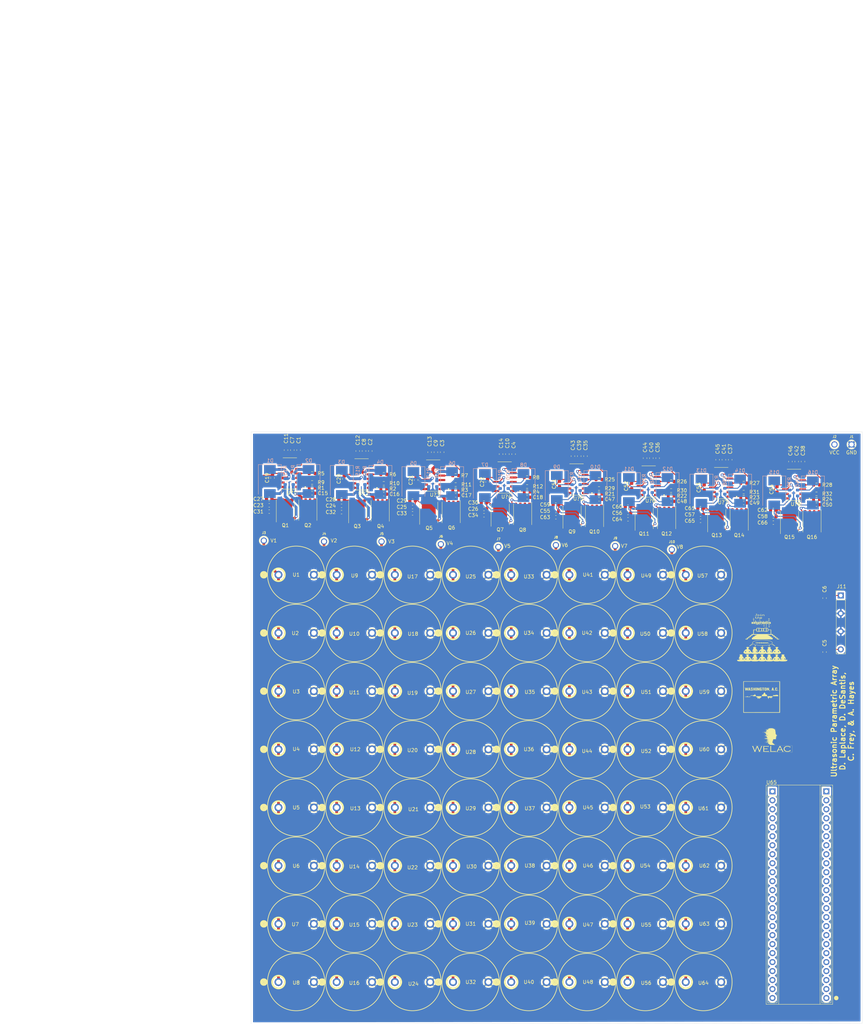
<source format=kicad_pcb>
(kicad_pcb (version 20211014) (generator pcbnew)
  (layers (0 "F.Cu" signal) (31 "B.Cu" signal) (34 "B.Paste" user) (35 "F.Paste" user) (36 "B.SilkS" user "B.Silkscreen") (37 "F.SilkS" user "F.Silkscreen") (38 "B.Mask" user) (39 "F.Mask" user) (44 "Edge.Cuts" user))
  (net 0 "")
  (net 1 "GND")
  (net 2 "VCC")
  (net 3 "+12V")
  (net 4 "VPP")
  (net 5 "Net-(C15-Pad2)")
  (net 6 "Net-(C16-Pad2)")
  (net 7 "Net-(C17-Pad2)")
  (net 8 "Net-(C18-Pad2)")
  (net 9 "Net-(C19-Pad2)")
  (net 10 "/pwm_driver/COL1_OUT")
  (net 11 "Net-(C20-Pad2)")
  (net 12 "/pwm_driver/COL2_OUT")
  (net 13 "/pwm_driver/COL3_OUT")
  (net 14 "Net-(C21-Pad2)")
  (net 15 "Net-(C22-Pad2)")
  (net 16 "/pwm_driver/COL4_OUT")
  (net 17 "Net-(C47-Pad2)")
  (net 18 "Net-(C48-Pad2)")
  (net 19 "Net-(C49-Pad2)")
  (net 20 "Net-(C50-Pad2)")
  (net 21 "Net-(C51-Pad2)")
  (net 22 "/pwm_driver/COL5_OUT")
  (net 23 "/pwm_driver/COL6_OUT")
  (net 24 "Net-(C52-Pad2)")
  (net 25 "/pwm_driver/COL7_OUT")
  (net 26 "Net-(C53-Pad2)")
  (net 27 "/pwm_driver/COL8_OUT")
  (net 28 "Net-(C54-Pad2)")
  (net 29 "Net-(D1-Pad1)")
  (net 30 "Net-(D1-Pad2)")
  (net 31 "Net-(D2-Pad2)")
  (net 32 "Net-(D2-Pad1)")
  (net 33 "Net-(D3-Pad1)")
  (net 34 "Net-(D3-Pad2)")
  (net 35 "Net-(D4-Pad2)")
  (net 36 "Net-(D4-Pad1)")
  (net 37 "Net-(D5-Pad1)")
  (net 38 "Net-(D5-Pad2)")
  (net 39 "Net-(D6-Pad2)")
  (net 40 "Net-(D6-Pad1)")
  (net 41 "Net-(D7-Pad1)")
  (net 42 "Net-(D7-Pad2)")
  (net 43 "Net-(D8-Pad2)")
  (net 44 "Net-(D8-Pad1)")
  (net 45 "Net-(D9-Pad2)")
  (net 46 "Net-(D9-Pad1)")
  (net 47 "Net-(D10-Pad2)")
  (net 48 "Net-(D10-Pad1)")
  (net 49 "Net-(D11-Pad1)")
  (net 50 "Net-(D11-Pad2)")
  (net 51 "Net-(D12-Pad1)")
  (net 52 "Net-(D12-Pad2)")
  (net 53 "Net-(D13-Pad2)")
  (net 54 "Net-(D13-Pad1)")
  (net 55 "Net-(D14-Pad1)")
  (net 56 "Net-(D14-Pad2)")
  (net 57 "Net-(D15-Pad1)")
  (net 58 "Net-(D15-Pad2)")
  (net 59 "Net-(D16-Pad2)")
  (net 60 "Net-(D16-Pad1)")
  (net 61 "/pwm_driver/COL1_SIG")
  (net 62 "/pwm_driver/COL2_SIG")
  (net 63 "/pwm_driver/COL3_SIG")
  (net 64 "/pwm_driver/COL4_SIG")
  (net 65 "Net-(R5-Pad1)")
  (net 66 "Net-(R6-Pad1)")
  (net 67 "Net-(R7-Pad1)")
  (net 68 "Net-(R8-Pad1)")
  (net 69 "Net-(R9-Pad1)")
  (net 70 "Net-(R10-Pad1)")
  (net 71 "Net-(R11-Pad1)")
  (net 72 "Net-(R12-Pad1)")
  (net 73 "/pwm_driver/COL5_SIG")
  (net 74 "/pwm_driver/COL6_SIG")
  (net 75 "/pwm_driver/COL7_SIG")
  (net 76 "/pwm_driver/COL8_SIG")
  (net 77 "Net-(R25-Pad1)")
  (net 78 "Net-(R26-Pad1)")
  (net 79 "Net-(R27-Pad1)")
  (net 80 "Net-(R28-Pad1)")
  (net 81 "Net-(R29-Pad1)")
  (net 82 "Net-(R30-Pad1)")
  (net 83 "Net-(R31-Pad1)")
  (net 84 "Net-(R32-Pad1)")
  (net 133 "COL1_OUT")
  (net 134 "COL2_OUT")
  (net 135 "COL3_OUT")
  (net 136 "COL4_OUT")
  (net 137 "COL5_OUT")
  (net 138 "COL6_OUT")
  (net 139 "COL7_OUT")
  (net 140 "COL8_OUT")
  (footprint "SeniorDesign:Transducer" (layer "F.Cu") (at 331.405 142.425)
    (fp_text reference "U14")
    (fp_text value "Transducer")
  )
  (footprint "SeniorDesign:Transducer" (layer "F.Cu") (at 331.405 158.87)
    (fp_text reference "U15")
    (fp_text value "Transducer")
  )
  (footprint "SeniorDesign:Transducer" (layer "F.Cu") (at 331.405 175.315)
    (fp_text reference "U16")
    (fp_text value "Transducer")
  )
  (footprint "SeniorDesign:Transducer" (layer "F.Cu") (at 347.85 60.2)
    (fp_text reference "U17")
    (fp_text value "Transducer")
  )
  (footprint "SeniorDesign:Transducer" (layer "F.Cu") (at 347.85 76.645)
    (fp_text reference "U18")
    (fp_text value "Transducer")
  )
  (footprint "SeniorDesign:Transducer" (layer "F.Cu") (at 347.85 93.09)
    (fp_text reference "U19")
    (fp_text value "Transducer")
  )
  (footprint "SeniorDesign:Transducer" (layer "F.Cu") (at 347.85 109.535)
    (fp_text reference "U20")
    (fp_text value "Transducer")
  )
  (footprint "SeniorDesign:Transducer" (layer "F.Cu") (at 347.85 125.98)
    (fp_text reference "U21")
    (fp_text value "Transducer")
  )
  (footprint "SeniorDesign:Transducer" (layer "F.Cu") (at 347.85 142.425)
    (fp_text reference "U22")
    (fp_text value "Transducer")
  )
  (footprint "SeniorDesign:Transducer" (layer "F.Cu") (at 347.85 158.87)
    (fp_text reference "U23")
    (fp_text value "Transducer")
  )
  (footprint "SeniorDesign:Transducer" (layer "F.Cu") (at 347.85 175.315)
    (fp_text reference "U24")
    (fp_text value "Transducer")
  )
  (footprint "SeniorDesign:Transducer" (layer "F.Cu") (at 364.295 60.2)
    (fp_text reference "U25")
    (fp_text value "Transducer")
  )
  (footprint "SeniorDesign:Transducer" (layer "F.Cu") (at 364.295 76.645)
    (fp_text reference "U26")
    (fp_text value "Transducer")
  )
  (footprint "SeniorDesign:Transducer" (layer "F.Cu") (at 364.295 93.09)
    (fp_text reference "U27")
    (fp_text value "Transducer")
  )
  (footprint "SeniorDesign:Transducer" (layer "F.Cu") (at 364.295 109.535)
    (fp_text reference "U28")
    (fp_text value "Transducer")
  )
  (footprint "SeniorDesign:Transducer" (layer "F.Cu") (at 364.295 125.98)
    (fp_text reference "U29")
    (fp_text value "Transducer")
  )
  (footprint "SeniorDesign:Transducer" (layer "F.Cu") (at 364.295 142.425)
    (fp_text reference "U30")
    (fp_text value "Transducer")
  )
  (footprint "SeniorDesign:Transducer" (layer "F.Cu") (at 364.295 158.87)
    (fp_text reference "U31")
    (fp_text value "Transducer")
  )
  (footprint "SeniorDesign:Transducer" (layer "F.Cu") (at 364.295 175.315)
    (fp_text reference "U32")
    (fp_text value "Transducer")
  )
  (footprint "SeniorDesign:Transducer" (layer "F.Cu") (at 380.74 60.2)
    (fp_text reference "U33")
    (fp_text value "Transducer")
  )
  (footprint "SeniorDesign:Transducer" (layer "F.Cu") (at 380.74 76.645)
    (fp_text reference "U34")
    (fp_text value "Transducer")
  )
  (footprint "SeniorDesign:Transducer" (layer "F.Cu") (at 380.74 93.09)
    (fp_text reference "U35")
    (fp_text value "Transducer")
  )
  (footprint "SeniorDesign:Transducer" (layer "F.Cu") (at 380.74 109.535)
    (fp_text reference "U36")
    (fp_text value "Transducer")
  )
  (footprint "SeniorDesign:Transducer" (layer "F.Cu") (at 380.74 125.98)
    (fp_text reference "U37")
    (fp_text value "Transducer")
  )
  (footprint "SeniorDesign:Transducer" (layer "F.Cu") (at 380.74 142.425)
    (fp_text reference "U38")
    (fp_text value "Transducer")
  )
  (footprint "SeniorDesign:Transducer" (layer "F.Cu") (at 380.74 158.87)
    (fp_text reference "U39")
    (fp_text value "Transducer")
  )
  (footprint "SeniorDesign:Transducer" (layer "F.Cu") (at 380.74 175.315)
    (fp_text reference "U40")
    (fp_text value "Transducer")
  )
  (footprint "SeniorDesign:Transducer" (layer "F.Cu") (at 397.185 60.2)
    (fp_text reference "U41")
    (fp_text value "Transducer")
  )
  (footprint "SeniorDesign:Transducer" (layer "F.Cu") (at 397.185 76.645)
    (fp_text reference "U42")
    (fp_text value "Transducer")
  )
  (footprint "SeniorDesign:Transducer" (layer "F.Cu") (at 397.185 93.09)
    (fp_text reference "U43")
    (fp_text value "Transducer")
  )
  (footprint "SeniorDesign:Transducer" (layer "F.Cu") (at 397.185 109.535)
    (fp_text reference "U44")
    (fp_text value "Transducer")
  )
  (footprint "SeniorDesign:Transducer" (layer "F.Cu") (at 397.185 125.98)
    (fp_text reference "U45")
    (fp_text value "Transducer")
  )
  (footprint "SeniorDesign:Transducer" (layer "F.Cu") (at 397.185 142.425)
    (fp_text reference "U46")
    (fp_text value "Transducer")
  )
  (footprint "SeniorDesign:Transducer" (layer "F.Cu") (at 397.185 158.87)
    (fp_text reference "U47")
    (fp_text value "Transducer")
  )
  (footprint "SeniorDesign:Transducer" (layer "F.Cu") (at 397.185 175.315)
    (fp_text reference "U48")
    (fp_text value "Transducer")
  )
  (footprint "SeniorDesign:Transducer" (layer "F.Cu") (at 413.63 60.2)
    (fp_text reference "U49")
    (fp_text value "Transducer")
  )
  (footprint "SeniorDesign:Transducer" (layer "F.Cu") (at 413.63 76.645)
    (fp_text reference "U50")
    (fp_text value "Transducer")
  )
  (footprint "SeniorDesign:Transducer" (layer "F.Cu") (at 413.63 93.09)
    (fp_text reference "U51")
    (fp_text value "Transducer")
  )
  (footprint "SeniorDesign:Transducer" (layer "F.Cu") (at 413.63 109.535)
    (fp_text reference "U52")
    (fp_text value "Transducer")
  )
  (footprint "SeniorDesign:Transducer" (layer "F.Cu") (at 413.63 125.98)
    (fp_text reference "U53")
    (fp_text value "Transducer")
  )
  (footprint "SeniorDesign:Transducer" (layer "F.Cu") (at 413.63 142.425)
    (fp_text reference "U54")
    (fp_text value "Transducer")
  )
  (footprint "SeniorDesign:Transducer" (layer "F.Cu") (at 413.63 158.87)
    (fp_text reference "U55")
    (fp_text value "Transducer")
  )
  (footprint "SeniorDesign:Transducer" (layer "F.Cu") (at 413.63 175.315)
    (fp_text reference "U56")
    (fp_text value "Transducer")
  )
  (footprint "SeniorDesign:Transducer" (layer "F.Cu") (at 430.075 60.2)
    (fp_text reference "U57")
    (fp_text value "Transducer")
  )
  (footprint "SeniorDesign:Transducer" (layer "F.Cu") (at 430.075 76.645)
    (fp_text reference "U58")
    (fp_text value "Transducer")
  )
  (footprint "SeniorDesign:Transducer" (layer "F.Cu") (at 430.075 93.09)
    (fp_text reference "U59")
    (fp_text value "Transducer")
  )
  (footprint "SeniorDesign:Transducer" (layer "F.Cu") (at 430.075 109.535)
    (fp_text reference "U60")
    (fp_text value "Transducer")
  )
  (footprint "SeniorDesign:Transducer" (layer "F.Cu") (at 430.075 125.98)
    (fp_text reference "U61")
    (fp_text value "Transducer")
  )
  (footprint "SeniorDesign:Transducer" (layer "F.Cu") (at 430.075 142.425)
    (fp_text reference "U62")
    (fp_text value "Transducer")
  )
  (footprint "SeniorDesign:Transducer" (layer "F.Cu") (at 430.075 158.87)
    (fp_text reference "U63")
    (fp_text value "Transducer")
  )
  (footprint "SeniorDesign:Transducer" (layer "F.Cu") (at 430.075 175.315)
    (fp_text reference "U64")
    (fp_text value "Transducer")
  )
  (footprint "SeniorDesign:KEYSTONE_5000_TestPoint" (layer "F.Cu") (at 471.932 23.368)
    (fp_text reference "J1")
    (fp_text value "5000")
  )
  (footprint "SeniorDesign:KEYSTONE_5000_TestPoint" (layer "F.Cu") (at 467.106 23.368)
    (fp_text reference "J2")
    (fp_text value "5000")
  )
  (footprint "SeniorDesign:Transducer" (layer "F.Cu") (at 314.96 60.2)
    (fp_text reference "U1")
    (fp_text value "Transducer")
  )
  (footprint "SeniorDesign:Transducer" (layer "F.Cu") (at 314.96 76.645)
    (fp_text reference "U2")
    (fp_text value "Transducer")
  )
  (footprint "SeniorDesign:Transducer" (layer "F.Cu") (at 314.96 93.09)
    (fp_text reference "U3")
    (fp_text value "Transducer")
  )
  (footprint "SeniorDesign:Transducer" (layer "F.Cu") (at 314.96 109.535)
    (fp_text reference "U4")
    (fp_text value "Transducer")
  )
  (footprint "SeniorDesign:Transducer" (layer "F.Cu") (at 314.96 125.98)
    (fp_text reference "U5")
    (fp_text value "Transducer")
  )
  (footprint "SeniorDesign:Transducer" (layer "F.Cu") (at 314.96 142.425)
    (fp_text reference "U6")
    (fp_text value "Transducer")
  )
  (footprint "SeniorDesign:Transducer" (layer "F.Cu") (at 314.96 158.87)
    (fp_text reference "U7")
    (fp_text value "Transducer")
  )
  (footprint "SeniorDesign:Transducer" (layer "F.Cu") (at 314.96 175.315)
    (fp_text reference "U8")
    (fp_text value "Transducer")
  )
  (footprint "SeniorDesign:Transducer" (layer "F.Cu") (at 331.405 60.2)
    (fp_text reference "U9")
    (fp_text value "Transducer")
  )
  (footprint "SeniorDesign:Transducer" (layer "F.Cu") (at 331.405 76.645)
    (fp_text reference "U10")
    (fp_text value "Transducer")
  )
  (footprint "SeniorDesign:Transducer" (layer "F.Cu") (at 331.405 93.09)
    (fp_text reference "U11")
    (fp_text value "Transducer")
  )
  (footprint "SeniorDesign:Transducer" (layer "F.Cu") (at 331.405 109.535)
    (fp_text reference "U12")
    (fp_text value "Transducer")
  )
  (footprint "SeniorDesign:Transducer" (layer "F.Cu") (at 331.405 125.98)
    (fp_text reference "U13")
    (fp_text value "Transducer")
  )
  (footprint "Capacitor_SMD:C_0603_1608Metric" (layer "F.Cu") (at 315.6515 24.964 90)
    (fp_text reference "C1")
    (fp_text value "47u")
  )
  (footprint "Capacitor_SMD:C_0603_1608Metric" (layer "F.Cu") (at 335.915 25.219 90)
    (fp_text reference "C2")
    (fp_text value "47u")
  )
  (footprint "Capacitor_SMD:C_0603_1608Metric" (layer "F.Cu") (at 356.235 25.556 90)
    (fp_text reference "C3")
    (fp_text value "47u")
  )
  (footprint "Capacitor_SMD:C_0603_1608Metric" (layer "F.Cu") (at 376.428 26.099 90)
    (fp_text reference "C4")
    (fp_text value "47u")
  )
  (footprint "Capacitor_SMD:C_0603_1608Metric" (layer "F.Cu") (at 464.312 82.042 90)
    (fp_text reference "C5")
    (fp_text value "0.1u")
  )
  (footprint "Capacitor_SMD:C_0603_1608Metric" (layer "F.Cu") (at 464.312 66.802 -90)
    (fp_text reference "C6")
    (fp_text value "0.1u")
  )
  (footprint "Capacitor_SMD:C_0603_1608Metric" (layer "F.Cu") (at 313.8735 24.964 -90)
    (fp_text reference "C7")
    (fp_text value "0.1u")
  )
  (footprint "Capacitor_SMD:C_0603_1608Metric" (layer "F.Cu") (at 334.137 25.219 -90)
    (fp_text reference "C8")
    (fp_text value "0.1u")
  )
  (footprint "Capacitor_SMD:C_0603_1608Metric" (layer "F.Cu") (at 354.457 25.556 -90)
    (fp_text reference "C9")
    (fp_text value "0.1u")
  )
  (footprint "Capacitor_SMD:C_0603_1608Metric" (layer "F.Cu") (at 374.65 26.099 -90)
    (fp_text reference "C10")
    (fp_text value "0.1u")
  )
  (footprint "Capacitor_SMD:C_0603_1608Metric" (layer "F.Cu") (at 312.0955 24.964 -90)
    (fp_text reference "C11")
    (fp_text value "100p")
  )
  (footprint "Capacitor_SMD:C_0603_1608Metric" (layer "F.Cu") (at 332.359 25.219 -90)
    (fp_text reference "C12")
    (fp_text value "100p")
  )
  (footprint "Capacitor_SMD:C_0603_1608Metric" (layer "F.Cu") (at 352.679 25.556 -90)
    (fp_text reference "C13")
    (fp_text value "100p")
  )
  (footprint "Capacitor_SMD:C_0603_1608Metric" (layer "F.Cu") (at 372.872 26.099 -90)
    (fp_text reference "C14")
    (fp_text value "100p")
  )
  (footprint "Capacitor_SMD:C_0603_1608Metric" (layer "F.Cu") (at 319.4615 37.156 180)
    (fp_text reference "C15")
    (fp_text value "100p")
  )
  (footprint "Capacitor_SMD:C_0603_1608Metric" (layer "F.Cu") (at 339.725 37.411 180)
    (fp_text reference "C16")
    (fp_text value "100p")
  )
  (footprint "Capacitor_SMD:C_0603_1608Metric" (layer "F.Cu") (at 360.045 37.748 180)
    (fp_text reference "C17")
    (fp_text value "100p")
  )
  (footprint "Capacitor_SMD:C_0603_1608Metric" (layer "F.Cu") (at 380.238 38.291 180)
    (fp_text reference "C18")
    (fp_text value "100p")
  )
  (footprint "Capacitor_SMD:C_0603_1608Metric" (layer "F.Cu") (at 308.2855 32.838 -90)
    (fp_text reference "C19")
    (fp_text value "0.1u")
  )
  (footprint "Capacitor_SMD:C_0603_1608Metric" (layer "F.Cu") (at 328.549 33.093 -90)
    (fp_text reference "C20")
    (fp_text value "0.1u")
  )
  (footprint "Capacitor_SMD:C_0603_1608Metric" (layer "F.Cu") (at 348.869 33.43 -90)
    (fp_text reference "C21")
    (fp_text value "0.1u")
  )
  (footprint "Capacitor_SMD:C_0603_1608Metric" (layer "F.Cu") (at 369.062 33.973 -90)
    (fp_text reference "C22")
    (fp_text value "0.1u")
  )
  (footprint "Capacitor_SMD:C_0603_1608Metric" (layer "F.Cu") (at 307.34 40.568 180)
    (fp_text reference "C23")
    (fp_text value "470u")
  )
  (footprint "Capacitor_SMD:C_0603_1608Metric" (layer "F.Cu") (at 327.787 40.713 180)
    (fp_text reference "C24")
    (fp_text value "100u")
  )
  (footprint "Capacitor_SMD:C_0603_1608Metric" (layer "F.Cu") (at 347.853 41.05 180)
    (fp_text reference "C25")
    (fp_text value "100u")
  )
  (footprint "Capacitor_SMD:C_0603_1608Metric" (layer "F.Cu") (at 368.046 41.593 180)
    (fp_text reference "C26")
    (fp_text value "100u")
  )
  (footprint "Capacitor_SMD:C_0603_1608Metric" (layer "F.Cu") (at 307.34 38.79)
    (fp_text reference "C27")
    (fp_text value "0.1u")
  )
  (footprint "Capacitor_SMD:C_0603_1608Metric" (layer "F.Cu") (at 327.787 38.935)
    (fp_text reference "C28")
    (fp_text value "1u")
  )
  (footprint "Capacitor_SMD:C_0603_1608Metric" (layer "F.Cu") (at 347.853 39.272)
    (fp_text reference "C29")
    (fp_text value "0.1u")
  )
  (footprint "Capacitor_SMD:C_0603_1608Metric" (layer "F.Cu") (at 368.046 39.815)
    (fp_text reference "C30")
    (fp_text value "0.1u")
  )
  (footprint "Capacitor_SMD:C_0603_1608Metric" (layer "F.Cu") (at 307.34 42.346)
    (fp_text reference "C31")
    (fp_text value "0.1u")
  )
  (footprint "Capacitor_SMD:C_0603_1608Metric" (layer "F.Cu") (at 327.787 42.491)
    (fp_text reference "C32")
    (fp_text value "0.1u")
  )
  (footprint "Capacitor_SMD:C_0603_1608Metric" (layer "F.Cu") (at 347.853 42.828)
    (fp_text reference "C33")
    (fp_text value "0.1u")
  )
  (footprint "Capacitor_SMD:C_0603_1608Metric" (layer "F.Cu") (at 368.046 43.371)
    (fp_text reference "C34")
    (fp_text value "0.1u")
  )
  (footprint "Capacitor_SMD:C_0603_1608Metric" (layer "F.Cu") (at 396.748 26.67 90)
    (fp_text reference "C35")
    (fp_text value "47u")
  )
  (footprint "Capacitor_SMD:C_0603_1608Metric" (layer "F.Cu") (at 417.133 27.243 90)
    (fp_text reference "C36")
    (fp_text value "47u")
  )
  (footprint "Capacitor_SMD:C_0603_1608Metric" (layer "F.Cu") (at 437.642 27.686 90)
    (fp_text reference "C37")
    (fp_text value "47u")
  )
  (footprint "Capacitor_SMD:C_0603_1608Metric" (layer "F.Cu") (at 458.216 28.195 90)
    (fp_text reference "C38")
    (fp_text value "47u")
  )
  (footprint "Capacitor_SMD:C_0603_1608Metric" (layer "F.Cu") (at 394.97 26.67 -90)
    (fp_text reference "C39")
    (fp_text value "0.1u")
  )
  (footprint "Capacitor_SMD:C_0603_1608Metric" (layer "F.Cu") (at 415.355 27.243 -90)
    (fp_text reference "C40")
    (fp_text value "0.1u")
  )
  (footprint "Capacitor_SMD:C_0603_1608Metric" (layer "F.Cu") (at 435.864 27.686 -90)
    (fp_text reference "C41")
    (fp_text value "0.1u")
  )
  (footprint "Capacitor_SMD:C_0603_1608Metric" (layer "F.Cu") (at 456.438 28.195 -90)
    (fp_text reference "C42")
    (fp_text value "0.1u")
  )
  (footprint "Capacitor_SMD:C_0603_1608Metric" (layer "F.Cu") (at 393.192 26.67 -90)
    (fp_text reference "C43")
    (fp_text value "100p")
  )
  (footprint "Capacitor_SMD:C_0603_1608Metric" (layer "F.Cu") (at 413.577 27.243 -90)
    (fp_text reference "C44")
    (fp_text value "100p")
  )
  (footprint "Capacitor_SMD:C_0603_1608Metric" (layer "F.Cu") (at 434.086 27.686 -90)
    (fp_text reference "C45")
    (fp_text value "100p")
  )
  (footprint "Capacitor_SMD:C_0603_1608Metric" (layer "F.Cu") (at 454.66 28.195 -90)
    (fp_text reference "C46")
    (fp_text value "100p")
  )
  (footprint "Capacitor_SMD:C_0603_1608Metric" (layer "F.Cu") (at 400.558 38.862 180)
    (fp_text reference "C47")
    (fp_text value "100p")
  )
  (footprint "Capacitor_SMD:C_0603_1608Metric" (layer "F.Cu") (at 420.943 39.435 180)
    (fp_text reference "C48")
    (fp_text value "100p")
  )
  (footprint "Capacitor_SMD:C_0603_1608Metric" (layer "F.Cu") (at 441.452 39.878 180)
    (fp_text reference "C49")
    (fp_text value "100p")
  )
  (footprint "Capacitor_SMD:C_0603_1608Metric" (layer "F.Cu") (at 462.026 40.387 180)
    (fp_text reference "C50")
    (fp_text value "100p")
  )
  (footprint "Capacitor_SMD:C_0603_1608Metric" (layer "F.Cu") (at 389.382 34.544 -90)
    (fp_text reference "C51")
    (fp_text value "0.1u")
  )
  (footprint "Capacitor_SMD:C_0603_1608Metric" (layer "F.Cu") (at 409.767 35.117 -90)
    (fp_text reference "C52")
    (fp_text value "0.1u")
  )
  (footprint "Capacitor_SMD:C_0603_1608Metric" (layer "F.Cu") (at 430.276 35.56 -90)
    (fp_text reference "C53")
    (fp_text value "0.1u")
  )
  (footprint "Capacitor_SMD:C_0603_1608Metric" (layer "F.Cu") (at 450.85 36.069 -90)
    (fp_text reference "C54")
    (fp_text value "0.1u")
  )
  (footprint "Capacitor_SMD:C_0603_1608Metric" (layer "F.Cu") (at 388.366 42.164 180)
    (fp_text reference "C55")
    (fp_text value "100u")
  )
  (footprint "Capacitor_SMD:C_0603_1608Metric" (layer "F.Cu") (at 408.751 42.737 180)
    (fp_text reference "C56")
    (fp_text value "100u")
  )
  (footprint "Capacitor_SMD:C_0603_1608Metric" (layer "F.Cu") (at 429.26 43.18 180)
    (fp_text reference "C57")
    (fp_text value "100u")
  )
  (footprint "Capacitor_SMD:C_0603_1608Metric" (layer "F.Cu") (at 449.834 43.689 180)
    (fp_text reference "C58")
    (fp_text value "100u")
  )
  (footprint "Capacitor_SMD:C_0603_1608Metric" (layer "F.Cu") (at 388.366 40.386)
    (fp_text reference "C59")
    (fp_text value "0.1u")
  )
  (footprint "Capacitor_SMD:C_0603_1608Metric" (layer "F.Cu") (at 408.751 40.959)
    (fp_text reference "C60")
    (fp_text value "0.1u")
  )
  (footprint "Capacitor_SMD:C_0603_1608Metric" (layer "F.Cu") (at 429.26 41.402)
    (fp_text reference "C61")
    (fp_text value "0.1u")
  )
  (footprint "Capacitor_SMD:C_0603_1608Metric" (layer "F.Cu") (at 449.834 41.911)
    (fp_text reference "C62")
    (fp_text value "0.1u")
  )
  (footprint "Capacitor_SMD:C_0603_1608Metric" (layer "F.Cu") (at 388.366 43.942)
    (fp_text reference "C63")
    (fp_text value "0.1u")
  )
  (footprint "Capacitor_SMD:C_0603_1608Metric" (layer "F.Cu") (at 408.751 44.515)
    (fp_text reference "C64")
    (fp_text value "0.1u")
  )
  (footprint "Capacitor_SMD:C_0603_1608Metric" (layer "F.Cu") (at 429.26 44.958)
    (fp_text reference "C65")
    (fp_text value "0.1u")
  )
  (footprint "Capacitor_SMD:C_0603_1608Metric" (layer "F.Cu") (at 449.834 45.467)
    (fp_text reference "C66")
    (fp_text value "0.1u")
  )
  (footprint "Package_SO:PowerPAK_SO-8_Single" (layer "F.Cu") (at 311.912 41.91 90)
    (fp_text reference "Q1")
    (fp_text value "Si7450DP")
  )
  (footprint "Package_SO:PowerPAK_SO-8_Single" (layer "F.Cu") (at 318.262 41.91 -90)
    (fp_text reference "Q2")
    (fp_text value "Si7450DP")
  )
  (footprint "Package_SO:PowerPAK_SO-8_Single" (layer "F.Cu") (at 332.359 42.165 90)
    (fp_text reference "Q3")
    (fp_text value "Si7450DP")
  )
  (footprint "Package_SO:PowerPAK_SO-8_Single" (layer "F.Cu") (at 338.709 42.134001 -90)
    (fp_text reference "Q4")
    (fp_text value "Si7450DP")
  )
  (footprint "Package_SO:PowerPAK_SO-8_Single" (layer "F.Cu") (at 352.425 42.574 90)
    (fp_text reference "Q5")
    (fp_text value "Si7450DP")
  )
  (footprint "Package_SO:PowerPAK_SO-8_Single" (layer "F.Cu") (at 358.775 42.574 -90)
    (fp_text reference "Q6")
    (fp_text value "Si7450DP")
  )
  (footprint "Package_SO:PowerPAK_SO-8_Single" (layer "F.Cu") (at 372.618 43.117 90)
    (fp_text reference "Q7")
    (fp_text value "Si7450DP")
  )
  (footprint "Package_SO:PowerPAK_SO-8_Single" (layer "F.Cu") (at 378.968 43.117 -90)
    (fp_text reference "Q8")
    (fp_text value "Si7450DP")
  )
  (footprint "Package_SO:PowerPAK_SO-8_Single" (layer "F.Cu") (at 392.938 43.688 90)
    (fp_text reference "Q9")
    (fp_text value "Si7450DP")
  )
  (footprint "Package_SO:PowerPAK_SO-8_Single" (layer "F.Cu") (at 399.288 43.688 -90)
    (fp_text reference "Q10")
    (fp_text value "Si7450DP")
  )
  (footprint "Package_SO:PowerPAK_SO-8_Single" (layer "F.Cu") (at 413.323 44.261 90)
    (fp_text reference "Q11")
    (fp_text value "Si7450DP")
  )
  (footprint "Package_SO:PowerPAK_SO-8_Single" (layer "F.Cu") (at 419.673 44.261 -90)
    (fp_text reference "Q12")
    (fp_text value "Si7450DP")
  )
  (footprint "Package_SO:PowerPAK_SO-8_Single" (layer "F.Cu") (at 433.832 44.704 90)
    (fp_text reference "Q13")
    (fp_text value "Si7450DP")
  )
  (footprint "Package_SO:PowerPAK_SO-8_Single" (layer "F.Cu") (at 440.182 44.704 -90)
    (fp_text reference "Q14")
    (fp_text value "Si7450DP")
  )
  (footprint "Package_SO:PowerPAK_SO-8_Single" (layer "F.Cu") (at 454.406 45.213 90)
    (fp_text reference "Q15")
    (fp_text value "Si7450DP")
  )
  (footprint "Package_SO:PowerPAK_SO-8_Single" (layer "F.Cu") (at 460.756 45.213 -90)
    (fp_text reference "Q16")
    (fp_text value "Si7450DP")
  )
  (footprint "Resistor_SMD:R_0603_1608Metric" (layer "F.Cu") (at 319.4615 35.632)
    (fp_text reference "R1")
    (fp_text value "100")
  )
  (footprint "Resistor_SMD:R_0603_1608Metric" (layer "F.Cu") (at 339.725 35.887)
    (fp_text reference "R2")
    (fp_text value "100")
  )
  (footprint "Resistor_SMD:R_0603_1608Metric" (layer "F.Cu") (at 360.045 36.224)
    (fp_text reference "R3")
    (fp_text value "100")
  )
  (footprint "Resistor_SMD:R_0603_1608Metric" (layer "F.Cu") (at 380.238 36.767)
    (fp_text reference "R4")
    (fp_text value "100")
  )
  (footprint "Resistor_SMD:R_0603_1608Metric" (layer "F.Cu") (at 319.4615 31.568)
    (fp_text reference "R5")
    (fp_text value "4.7k")
  )
  (footprint "Resistor_SMD:R_0603_1608Metric" (layer "F.Cu") (at 339.725 31.823)
    (fp_text reference "R6")
    (fp_text value "4.7k")
  )
  (footprint "Resistor_SMD:R_0603_1608Metric" (layer "F.Cu") (at 360.045 32.16)
    (fp_text reference "R7")
    (fp_text value "4.7k")
  )
  (footprint "Resistor_SMD:R_0603_1608Metric" (layer "F.Cu") (at 380.238 32.703)
    (fp_text reference "R8")
    (fp_text value "4.7k")
  )
  (footprint "Resistor_SMD:R_0603_1608Metric" (layer "F.Cu") (at 319.4615 34.108)
    (fp_text reference "R9")
    (fp_text value "2.2k")
  )
  (footprint "Resistor_SMD:R_0603_1608Metric" (layer "F.Cu") (at 339.725 34.363)
    (fp_text reference "R10")
    (fp_text value "2.2k")
  )
  (footprint "Resistor_SMD:R_0603_1608Metric" (layer "F.Cu") (at 360.045 34.7)
    (fp_text reference "R11")
    (fp_text value "2.2k")
  )
  (footprint "Resistor_SMD:R_0603_1608Metric" (layer "F.Cu") (at 380.238 35.243)
    (fp_text reference "R12")
    (fp_text value "2.2k")
  )
  (footprint "Resistor_SMD:R_0603_1608Metric" (layer "F.Cu") (at 400.558 37.338)
    (fp_text reference "R21")
    (fp_text value "100")
  )
  (footprint "Resistor_SMD:R_0603_1608Metric" (layer "F.Cu") (at 420.943 37.911)
    (fp_text reference "R22")
    (fp_text value "100")
  )
  (footprint "Resistor_SMD:R_0603_1608Metric" (layer "F.Cu") (at 441.452 38.354)
    (fp_text reference "R23")
    (fp_text value "100")
  )
  (footprint "Resistor_SMD:R_0603_1608Metric" (layer "F.Cu") (at 462.026 38.863)
    (fp_text reference "R24")
    (fp_text value "100")
  )
  (footprint "Resistor_SMD:R_0603_1608Metric" (layer "F.Cu") (at 400.558 33.274)
    (fp_text reference "R25")
    (fp_text value "4.7k")
  )
  (footprint "Resistor_SMD:R_0603_1608Metric" (layer "F.Cu") (at 420.943 33.847)
    (fp_text reference "R26")
    (fp_text value "4.7k")
  )
  (footprint "Resistor_SMD:R_0603_1608Metric" (layer "F.Cu") (at 441.452 34.29)
    (fp_text reference "R27")
    (fp_text value "4.7k")
  )
  (footprint "Resistor_SMD:R_0603_1608Metric" (layer "F.Cu") (at 462.026 34.799)
    (fp_text reference "R28")
    (fp_text value "4.7k")
  )
  (footprint "Resistor_SMD:R_0603_1608Metric" (layer "F.Cu") (at 400.558 35.814)
    (fp_text reference "R29")
    (fp_text value "2.2k")
  )
  (footprint "Resistor_SMD:R_0603_1608Metric" (layer "F.Cu") (at 420.943 36.387)
    (fp_text reference "R30")
    (fp_text value "2.2k")
  )
  (footprint "Resistor_SMD:R_0603_1608Metric" (layer "F.Cu") (at 441.452 36.83)
    (fp_text reference "R31")
    (fp_text value "2.2k")
  )
  (footprint "Resistor_SMD:R_0603_1608Metric" (layer "F.Cu") (at 462.026 37.339)
    (fp_text reference "R32")
    (fp_text value "2.2k")
  )
  (footprint "SeniorDesign:L6494LDTR" (layer "F.Cu") (at 313.182 31.568 180)
    (fp_text reference "U?1")
    (fp_text value "L6494LDTR")
  )
  (footprint "SeniorDesign:L6494LDTR" (layer "F.Cu") (at 333.4455 31.823 180)
    (fp_text reference "U?2")
    (fp_text value "L6494LDTR")
  )
  (footprint "SeniorDesign:L6494LDTR" (layer "F.Cu") (at 353.695 32.16 180)
    (fp_text reference "U?3")
    (fp_text value "L6494LDTR")
  )
  (footprint "SeniorDesign:L6494LDTR" (layer "F.Cu") (at 373.888 32.703 180)
    (fp_text reference "U?4")
    (fp_text value "L6494LDTR")
  )
  (footprint "SeniorDesign:L6494LDTR" (layer "F.Cu") (at 394.208 33.274 180)
    (fp_text reference "U?5")
    (fp_text value "L6494LDTR")
  )
  (footprint "SeniorDesign:L6494LDTR" (layer "F.Cu") (at 414.593 33.847 180)
    (fp_text reference "U?6")
    (fp_text value "L6494LDTR")
  )
  (footprint "SeniorDesign:L6494LDTR" (layer "F.Cu") (at 435.102 34.29 180)
    (fp_text reference "U?7")
    (fp_text value "L6494LDTR")
  )
  (footprint "SeniorDesign:L6494LDTR" (layer "F.Cu") (at 455.676 34.799 180)
    (fp_text reference "U?8")
    (fp_text value "L6494LDTR")
  )
  (footprint "SeniorDesign:praise" (layer "F.Cu") (at 446.786 80.01)
    (fp_text reference "G***" hide)
    (fp_text value "LOGO" hide)
  )
  (footprint "SeniorDesign:KEYSTONE_5000_TestPoint" (layer "F.Cu") (at 372.11 52.324)
    (fp_text reference "J7")
    (fp_text value "5000")
  )
  (footprint "SeniorDesign:pcblogo" (layer "F.Cu") (at 449.326 107.188)
    (fp_text reference "G***" hide)
    (fp_text value "LOGO" hide)
  )
  (footprint "SeniorDesign:Screw Terminal 1x4" (layer "F.Cu") (at 468.884 66.051)
    (fp_text reference "J11")
    (fp_text value "POWER")
  )
  (footprint "SeniorDesign:KEYSTONE_5000_TestPoint" (layer "F.Cu") (at 339.09 50.8)
    (fp_text reference "J5")
    (fp_text value "5000")
  )
  (footprint "SeniorDesign:KEYSTONE_5000_TestPoint" (layer "F.Cu") (at 388.366 51.816)
    (fp_text reference "J8")
    (fp_text value "5000")
  )
  (footprint "SeniorDesign:washington" (layer "F.Cu") (at 446.532 94.742)
    (fp_text reference "G***" hide)
    (fp_text value "LOGO" hide)
  )
  (footprint "SeniorDesign:KEYSTONE_5000_TestPoint" (layer "F.Cu") (at 322.834 50.8)
    (fp_text reference "J4")
    (fp_text value "5000")
  )
  (footprint "SeniorDesign:KEYSTONE_5000_TestPoint" (layer "F.Cu") (at 305.816 50.546)
    (fp_text reference "J3")
    (fp_text value "5000")
  )
  (footprint "SeniorDesign:KEYSTONE_5000_TestPoint" (layer "F.Cu") (at 355.854 51.562)
    (fp_text reference "J6")
    (fp_text value "5000")
  )
  (footprint "SeniorDesign:KEYSTONE_5000_TestPoint" (layer "F.Cu") (at 405.13 52.07)
    (fp_text reference "J9")
    (fp_text value "5000")
  )
  (footprint "SeniorDesign:CMOD A7" (layer "F.Cu") (at 464.82 121.412)
    (fp_text reference "U65")
    (fp_text value "CMOD_A7")
  )
  (footprint "SeniorDesign:resistance" (layer "F.Cu") (at 443.623092 75.30026)
    (fp_text reference "G***" hide)
    (fp_text value "LOGO" hide)
  )
  (footprint "SeniorDesign:KEYSTONE_5000_TestPoint" (layer "F.Cu") (at 421.132 53.086)
    (fp_text reference "J10")
    (fp_text value "5000")
  )
  (footprint "Diode_SMD:D_SMC" (layer "B.Cu") (at 307.5235 33.854 -90)
    (fp_text reference "D1")
    (fp_text value "ER3GTR")
  )
  (footprint "Diode_SMD:D_SMC" (layer "B.Cu") (at 318.4455 33.854 -90)
    (fp_text reference "D2")
    (fp_text value "ER3GTR")
  )
  (footprint "Diode_SMD:D_SMC" (layer "B.Cu") (at 327.8575 34.109 -90)
    (fp_text reference "D3")
    (fp_text value "ER3GTR")
  )
  (footprint "Diode_SMD:D_SMC" (layer "B.Cu") (at 338.7795 34.109 -90)
    (fp_text reference "D4")
    (fp_text value "ER3GTR")
  )
  (footprint "Diode_SMD:D_SMC" (layer "B.Cu") (at 348.107 34.446 -90)
    (fp_text reference "D5")
    (fp_text value "ER3GTR")
  )
  (footprint "Diode_SMD:D_SMC" (layer "B.Cu") (at 359.029 34.446 -90)
    (fp_text reference "D6")
    (fp_text value "ER3GTR")
  )
  (footprint "Diode_SMD:D_SMC" (layer "B.Cu") (at 368.3 34.989 -90)
    (fp_text reference "D7")
    (fp_text value "ER3GTR")
  )
  (footprint "Diode_SMD:D_SMC" (layer "B.Cu") (at 379.222 34.989 -90)
    (fp_text reference "D8")
    (fp_text value "ER3GTR")
  )
  (footprint "Diode_SMD:D_SMC" (layer "B.Cu") (at 388.62 35.56 -90)
    (fp_text reference "D9")
    (fp_text value "ER3GTR")
  )
  (footprint "Diode_SMD:D_SMC" (layer "B.Cu") (at 399.542 35.56 -90)
    (fp_text reference "D10")
    (fp_text value "ER3GTR")
  )
  (footprint "Diode_SMD:D_SMC" (layer "B.Cu") (at 409.005 36.133 -90)
    (fp_text reference "D11")
    (fp_text value "ER3GTR")
  )
  (footprint "Diode_SMD:D_SMC" (layer "B.Cu") (at 419.927 36.133 -90)
    (fp_text reference "D12")
    (fp_text value "ER3GTR")
  )
  (footprint "Diode_SMD:D_SMC" (layer "B.Cu") (at 429.514 36.576 -90)
    (fp_text reference "D13")
    (fp_text value "ER3GTR")
  )
  (footprint "Diode_SMD:D_SMC" (layer "B.Cu") (at 440.436 36.576 -90)
    (fp_text reference "D14")
    (fp_text value "ER3GTR")
  )
  (footprint "Diode_SMD:D_SMC" (layer "B.Cu") (at 450.088 37.085 -90)
    (fp_text reference "D15")
    (fp_text value "ER3GTR")
  )
  (footprint "Diode_SMD:D_SMC" (layer "B.Cu") (at 461.01 37.085 -90)
    (fp_text reference "D16")
    (fp_text value "ER3GTR")
  )
  (footprint "Resistor_SMD:R_0603_1608Metric" (layer "B.Cu") (at 311.8415 33.854 90)
    (fp_text reference "R13")
    (fp_text value "10")
  )
  (footprint "Resistor_SMD:R_0603_1608Metric" (layer "B.Cu") (at 314.1275 33.854 90)
    (fp_text reference "R14")
    (fp_text value "10")
  )
  (footprint "Resistor_SMD:R_0603_1608Metric" (layer "B.Cu") (at 332.359 33.855 90)
    (fp_text reference "R15")
    (fp_text value "10")
  )
  (footprint "Resistor_SMD:R_0603_1608Metric" (layer "B.Cu") (at 334.391 33.855 90)
    (fp_text reference "R16")
    (fp_text value "10")
  )
  (footprint "Resistor_SMD:R_0603_1608Metric" (layer "B.Cu") (at 352.425 34.446 90)
    (fp_text reference "R17")
    (fp_text value "10")
  )
  (footprint "Resistor_SMD:R_0603_1608Metric" (layer "B.Cu") (at 354.711 34.446 90)
    (fp_text reference "R18")
    (fp_text value "10")
  )
  (footprint "Resistor_SMD:R_0603_1608Metric" (layer "B.Cu") (at 372.618 34.989 90)
    (fp_text reference "R19")
    (fp_text value "10")
  )
  (footprint "Resistor_SMD:R_0603_1608Metric" (layer "B.Cu") (at 374.904 34.989 90)
    (fp_text reference "R20")
    (fp_text value "10")
  )
  (footprint "Resistor_SMD:R_0603_1608Metric" (layer "B.Cu") (at 392.938 35.56 90)
    (fp_text reference "R33")
    (fp_text value "10")
  )
  (footprint "Resistor_SMD:R_0603_1608Metric" (layer "B.Cu") (at 395.224 35.56 90)
    (fp_text reference "R34")
    (fp_text value "10")
  )
  (footprint "Resistor_SMD:R_0603_1608Metric" (layer "B.Cu") (at 413.323 36.133 90)
    (fp_text reference "R35")
    (fp_text value "10")
  )
  (footprint "Resistor_SMD:R_0603_1608Metric" (layer "B.Cu") (at 415.609 36.133 90)
    (fp_text reference "R36")
    (fp_text value "10")
  )
  (footprint "Resistor_SMD:R_0603_1608Metric" (layer "B.Cu") (at 433.832 36.576 90)
    (fp_text reference "R37")
    (fp_text value "10")
  )
  (footprint "Resistor_SMD:R_0603_1608Metric" (layer "B.Cu") (at 436.118 36.576 90)
    (fp_text reference "R38")
    (fp_text value "10")
  )
  (footprint "Resistor_SMD:R_0603_1608Metric" (layer "B.Cu") (at 454.406 37.085 90)
    (fp_text reference "R39")
    (fp_text value "10")
  )
  (footprint "Resistor_SMD:R_0603_1608Metric" (layer "B.Cu") (at 456.692 37.085 90)
    (fp_text reference "R40")
    (fp_text value "10")
  )
  (gr_line (start 463.042 181.61) (end 447.802 181.61) (layer "F.SilkS") (width 0.12))
  (gr_line (start 463.042 119.634) (end 463.042 181.61) (layer "F.SilkS") (width 0.12))
  (gr_line (start 466.598 181.61) (end 463.042 181.61) (layer "F.SilkS") (width 0.12))
  (gr_line (start 447.802 181.61) (end 447.802 119.634) (layer "F.SilkS") (width 0.12))
  (gr_line (start 466.598 119.634) (end 466.598 181.61) (layer "F.SilkS") (width 0.12))
  (gr_line (start 447.802 119.634) (end 466.598 119.634) (layer "F.SilkS") (width 0.12))
  (gr_line (start 451.358 181.61) (end 451.358 119.634) (layer "F.SilkS") (width 0.12))
  (gr_line (start 383.286 19.812) (end 474.98 19.812) (layer "Edge.Cuts") (width 0.05))
  (gr_line (start 302.26 187.198) (end 474.98 186.944) (layer "Edge.Cuts") (width 0.05))
  (gr_line (start 321.818 19.812) (end 362.458 19.812) (layer "Edge.Cuts") (width 0.05))
  (gr_line (start 362.458 19.812) (end 383.286 19.812) (layer "Edge.Cuts") (width 0.05))
  (gr_line (start 302.26 26.416) (end 302.26 19.812) (layer "Edge.Cuts") (width 0.05))
  (gr_line (start 474.98 186.944) (end 474.98 19.812) (layer "Edge.Cuts") (width 0.05))
  (gr_line (start 302.26 26.416) (end 302.26 184.912) (layer "Edge.Cuts") (width 0.05))
  (gr_line (start 302.26 187.198) (end 302.26 184.912) (layer "Edge.Cuts") (width 0.05))
  (gr_line (start 302.26 19.812) (end 321.818 19.812) (layer "Edge.Cuts") (width 0.05))
  (gr_text "V2" (at 325.628 50.546) (layer "F.SilkS") (effects (font (size 1 1))))
  (gr_text "V5" (at 374.65 52.07) (layer "F.SilkS") (effects (font (size 1 1))))
  (gr_text "V6" (at 390.906 51.816) (layer "F.SilkS") (effects (font (size 1 1))))
  (gr_text "V4" (at 358.394 51.308) (layer "F.SilkS") (effects (font (size 1 1))))
  (gr_text "V1" (at 308.61 50.546) (layer "F.SilkS") (effects (font (size 1 1))))
  (gr_text "Ultrasonic Parametric Array\nD. Laplace, D. DeSantis,\nC. Frey, & A. Hayes" (at 469.392 101.6 90) (layer "F.SilkS") (effects (font (size 1.5 1.5) (thickness 0.3))))
  (gr_text "V7" (at 407.67 52.07) (layer "F.SilkS") (effects (font (size 1 1))))
  (gr_text "VCC" (at 467.106 25.654) (layer "F.SilkS") (effects (font (size 1 1))))
  (gr_text "GND" (at 471.932 25.654) (layer "F.SilkS") (effects (font (size 1 1))))
  (gr_text "V8" (at 423.418 52.324) (layer "F.SilkS") (effects (font (size 1 1))))
  (gr_text "V3" (at 341.884 50.8) (layer "F.SilkS") (effects (font (size 1 1))))
  (segment (start 421.718 41.451) (end 421.578 41.591) (width 0.25) (layer "F.Cu") (net 1))
  (segment (start 464.058 33.783) (end 461.264 30.989) (width 0.25) (layer "F.Cu") (net 3))
  (segment (start 376.428 26.874) (end 376.428 28.808) (width 0.25) (layer "F.Cu") (net 3))
  (segment (start 362.077 33.684) (end 362.077 31.398) (width 0.25) (layer "F.Cu") (net 3))
  (segment (start 421.768 36.387) (end 421.959 36.387) (width 0.25) (layer "F.Cu") (net 3))
  (segment (start 342.011 30.553) (end 339.471 28.013) (width 0.25) (layer "F.Cu") (net 3))
  (segment (start 315.709 27.686) (end 315.637 27.758) (width 0.254) (layer "F.Cu") (net 3))
  (segment (start 396.748 27.445) (end 396.748 29.379) (width 0.25) (layer "F.Cu") (net 3))
  (segment (start 379.984 28.893) (end 376.343 28.893) (width 0.25) (layer "F.Cu") (net 3))
  (segment (start 315.6515 27.7435) (end 315.637 27.758) (width 0.762) (layer "F.Cu") (net 3))
  (segment (start 321.691 28.702) (end 320.675 27.686) (width 0.254) (layer "F.Cu") (net 3))
  (segment (start 443.484 33.274) (end 440.69 30.48) (width 0.25) (layer "F.Cu") (net 3))
  (segment (start 396.748 29.379) (end 396.663 29.464) (width 0.25) (layer "F.Cu") (net 3))
  (segment (start 422.975 35.371) (end 422.975 32.831) (width 0.25) (layer "F.Cu") (net 3))
  (segment (start 420.181 30.037) (end 417.048 30.037) (width 0.25) (layer "F.Cu") (net 3))
  (segment (start 464.336 66.051) (end 464.312 66.027) (width 0.25) (layer "F.Cu") (net 3))
  (segment (start 464.058 36.323) (end 464.058 33.783) (width 0.25) (layer "F.Cu") (net 3))
  (segment (start 356.235 28.265) (end 356.15 28.35) (width 0.25) (layer "F.Cu") (net 3))
  (segment (start 361.061 34.7) (end 362.077 33.684) (width 0.25) (layer "F.Cu") (net 3))
  (segment (start 462.851 37.339) (end 463.042 37.339) (width 0.25) (layer "F.Cu") (net 3))
  (segment (start 393.192 27.445) (end 396.748 27.445) (width 0.25) (layer "F.Cu") (net 3))
  (segment (start 463.042 37.339) (end 464.058 36.323) (width 0.25) (layer "F.Cu") (net 3))
  (segment (start 362.077 31.398) (end 359.029 28.35) (width 0.25) (layer "F.Cu") (net 3))
  (segment (start 339.471 28.013) (end 335.9005 28.013) (width 0.25) (layer "F.Cu") (net 3))
  (segment (start 442.277 36.83) (end 443.484 35.623) (width 0.25) (layer "F.Cu") (net 3))
  (segment (start 402.59 34.798) (end 402.59 32.004) (width 0.25) (layer "F.Cu") (net 3))
  (segment (start 421.959 36.387) (end 422.975 35.371) (width 0.25) (layer "F.Cu") (net 3))
  (segment (start 372.872 26.874) (end 376.428 26.874) (width 0.25) (layer "F.Cu") (net 3))
  (segment (start 458.216 28.97) (end 458.216 30.904) (width 0.25) (layer "F.Cu") (net 3))
  (segment (start 468.884 66.051) (end 464.336 66.051) (width 0.25) (layer "F.Cu") (net 3))
  (segment (start 342.011 32.902) (end 342.011 30.553) (width 0.25) (layer "F.Cu") (net 3))
  (segment (start 417.133 28.018) (end 413.577 28.018) (width 0.25) (layer "F.Cu") (net 3))
  (segment (start 382.27 31.179) (end 379.984 28.893) (width 0.25) (layer "F.Cu") (net 3))
  (segment (start 458.216 30.904) (end 458.131 30.989) (width 0.25) (layer "F.Cu") (net 3))
  (segment (start 381.063 35.243) (end 381.063 35.18) (width 0.25) (layer "F.Cu") (net 3))
  (segment (start 454.66 28.97) (end 458.216 28.97) (width 0.25) (layer "F.Cu") (net 3))
  (segment (start 315.637 25.7535) (end 315.6515 25.739) (width 0.25) (layer "F.Cu") (net 3))
  (segment (start 437.642 28.461) (end 437.642 30.395) (width 0.25) (layer "F.Cu") (net 3))
  (segment (start 360.87 34.7) (end 361.061 34.7) (width 0.25) (layer "F.Cu") (net 3))
  (segment (start 417.133 29.952) (end 417.048 30.037) (width 0.25) (layer "F.Cu") (net 3))
  (segment (start 356.235 26.331) (end 352.679 26.331) (width 0.25) (layer "F.Cu") (net 3))
  (segment (start 401.574 35.814) (end 402.59 34.798) (width 0.25) (layer "F.Cu") (net 3))
  (segment (start 461.264 30.989) (end 458.131 30.989) (width 0.25) (layer "F.Cu") (net 3))
  (segment (start 443.484 35.623) (end 443.484 33.274) (width 0.25) (layer "F.Cu") (net 3))
  (segment (start 335.915 27.9985) (end 335.9005 28.013) (width 0.25) (layer "F.Cu") (net 3))
  (segment (start 417.133 28.018) (end 417.133 29.952) (width 0.25) (layer "F.Cu") (net 3))
  (segment (start 437.642 30.395) (end 437.557 30.48) (width 0.25) (layer "F.Cu") (net 3))
  (segment (start 440.69 30.48) (end 437.557 30.48) (width 0.25) (layer "F.Cu") (net 3))
  (segment (start 402.59 32.004) (end 400.05 29.464) (width 0.25) (layer "F.Cu") (net 3))
  (segment (start 356.235 26.331) (end 356.235 28.265) (width 0.25) (layer "F.Cu") (net 3))
  (segment (start 359.029 28.35) (end 356.15 28.35) (width 0.25) (layer "F.Cu") (net 3))
  (segment (start 320.2865 34.108) (end 321.691 32.7035) (width 0.254) (layer "F.Cu") (net 3))
  (segment (start 376.428 28.808) (end 376.343 28.893) (width 0.25) (layer "F.Cu") (net 3))
  (segment (start 382.27 33.973) (end 382.27 31.179) (width 0.25) (layer "F.Cu") (net 3))
  (segment (start 321.691 32.7035) (end 321.691 28.702) (width 0.254) (layer "F.Cu") (net 3))
  (segment (start 320.675 27.686) (end 315.709 27.686) (width 0.254) (layer "F.Cu") (net 3))
  (segment (start 434.086 28.461) (end 437.642 28.461) (width 0.25) (layer "F.Cu") (net 3))
  (segment (start 315.6515 25.739) (end 315.6515 27.7435) (width 0.762) (layer "F.Cu") (net 3))
  (segment (start 401.383 35.814) (end 401.574 35.814) (width 0.25) (layer "F.Cu") (net 3))
  (segment (start 312.0955 25.739) (end 315.6515 25.739) (width 0.762) (layer "F.Cu") (net 3))
  (segment (start 422.975 32.831) (end 420.181 30.037) (width 0.25) (layer "F.Cu") (net 3))
  (segment (start 381.063 35.18) (end 382.27 33.973) (width 0.25) (layer "F.Cu") (net 3))
  (segment (start 340.55 34.363) (end 342.011 32.902) (width 0.25) (layer "F.Cu") (net 3))
  (segment (start 400.05 29.464) (end 396.663 29.464) (width 0.25) (layer "F.Cu") (net 3))
  (segment (start 332.359 25.994) (end 335.915 25.994) (width 0.762) (layer "F.Cu") (net 3))
  (segment (start 431.927 41.909) (end 431.545 41.909) (width 0.25) (layer "F.Cu") (net 4))
  (segment (start 374.523 40.322) (end 370.713 40.322) (width 0.25) (layer "F.Cu") (net 4))
  (segment (start 435.737 41.909) (end 431.927 41.909) (width 0.25) (layer "F.Cu") (net 4))
  (segment (start 308.115 42.346) (end 308.115 38.79) (width 0.762) (layer "F.Cu") (net 4))
  (segment (start 468.884 81.291) (end 464.336 81.291) (width 0.25) (layer "F.Cu") (net 4))
  (segment (start 431.038 41.402) (end 430.035 41.402) (width 0.25) (layer "F.Cu") (net 4))
  (segment (start 451.612 41.911) (end 450.609 41.911) (width 0.25) (layer "F.Cu") (net 4))
  (segment (start 464.336 81.291) (end 464.312 81.267) (width 0.25) (layer "F.Cu") (net 4))
  (segment (start 456.311 42.418) (end 452.501 42.418) (width 0.25) (layer "F.Cu") (net 4))
  (segment (start 389.141 40.386) (end 389.141 43.942) (width 0.25) (layer "F.Cu") (net 4))
  (segment (start 452.119 42.418) (end 451.612 41.911) (width 0.25) (layer "F.Cu") (net 4))
  (segment (start 348.628 39.272) (end 348.628 42.828) (width 0.25) (layer "F.Cu") (net 4))
  (segment (start 308.44 39.115) (end 308.115 38.79) (width 0.762) (layer "F.Cu") (net 4))
  (segment (start 334.264 39.37) (end 328.997 39.37) (width 0.762) (layer "F.Cu") (net 4))
  (segment (start 370.713 40.322) (end 370.077 40.322) (width 0.25) (layer "F.Cu") (net 4))
  (segment (start 328.997 39.37) (end 328.562 38.935) (width 0.762) (layer "F.Cu") (net 4))
  (segment (start 411.418 41.466) (end 411.036 41.466) (width 0.25) (layer "F.Cu") (net 4))
  (segment (start 370.077 40.322) (end 369.57 39.815) (width 0.25) (layer "F.Cu") (net 4))
  (segment (start 411.036 41.466) (end 410.529 40.959) (width 0.25) (layer "F.Cu") (net 4))
  (segment (start 390.651 40.893) (end 390.144 40.386) (width 0.25) (layer "F.Cu") (net 4))
  (segment (start 430.035 41.402) (end 430.035 44.958) (width 0.25) (layer "F.Cu") (net 4))
  (segment (start 390.144 40.386) (end 389.141 40.386) (width 0.25) (layer "F.Cu") (net 4))
  (segment (start 369.57 39.815) (end 368.821 39.815) (width 0.25) (layer "F.Cu") (net 4))
  (segment (start 409.526 40.959) (end 409.526 44.515) (width 0.25) (layer "F.Cu") (net 4))
  (segment (start 394.843 40.893) (end 391.033 40.893) (width 0.25) (layer "F.Cu") (net 4))
  (segment (start 349.884 39.779) (end 349.377 39.272) (width 0.25) (layer "F.Cu") (net 4))
  (segment (start 328.562 42.491) (end 328.562 38.935) (width 0.762) (layer "F.Cu") (net 4))
  (segment (start 415.228 41.466) (end 411.418 41.466) (width 0.25) (layer "F.Cu") (net 4))
  (segment (start 464.314 81.291) (end 464.312 81.293) (width 0.25) (layer "F.Cu") (net 4))
  (segment (start 313.817 39.115) (end 308.44 39.115) (width 0.762) (layer "F.Cu") (net 4))
  (segment (start 450.609 41.911) (end 450.609 45.467) (width 0.25) (layer "F.Cu") (net 4))
  (segment (start 431.545 41.909) (end 431.038 41.402) (width 0.25) (layer "F.Cu") (net 4))
  (segment (start 350.52 39.779) (end 349.884 39.779) (width 0.25) (layer "F.Cu") (net 4))
  (segment (start 350.52 39.779) (end 354.33 39.779) (width 0.25) (layer "F.Cu") (net 4))
  (segment (start 391.033 40.893) (end 390.651 40.893) (width 0.25) (layer "F.Cu") (net 4))
  (segment (start 349.377 39.272) (end 348.628 39.272) (width 0.25) (layer "F.Cu") (net 4))
  (segment (start 410.529 40.959) (end 409.526 40.959) (width 0.25) (layer "F.Cu") (net 4))
  (segment (start 368.821 39.815) (end 368.821 43.371) (width 0.25) (layer "F.Cu") (net 4))
  (segment (start 452.501 42.418) (end 452.119 42.418) (width 0.25) (layer "F.Cu") (net 4))
  (segment (start 318.3825 35.378) (end 318.6365 35.632) (width 0.25) (layer "F.Cu") (net 5))
  (segment (start 318.6365 35.632) (end 318.6365 37.106) (width 0.25) (layer "F.Cu") (net 5))
  (segment (start 318.6365 37.106) (end 318.6865 37.156) (width 0.25) (layer "F.Cu") (net 5))
  (segment (start 315.637 35.378) (end 318.3825 35.378) (width 0.25) (layer "F.Cu") (net 5))
  (segment (start 335.9005 35.633) (end 338.646 35.633) (width 0.25) (layer "F.Cu") (net 6))
  (segment (start 338.95 37.411) (end 338.95 35.937) (width 0.25) (layer "F.Cu") (net 6))
  (segment (start 338.646 35.633) (end 338.9 35.887) (width 0.25) (layer "F.Cu") (net 6))
  (segment (start 338.95 35.937) (end 338.9 35.887) (width 0.25) (layer "F.Cu") (net 6))
  (segment (start 356.15 35.97) (end 358.966 35.97) (width 0.25) (layer "F.Cu") (net 7))
  (segment (start 358.966 35.97) (end 359.22 36.224) (width 0.25) (layer "F.Cu") (net 7))
  (segment (start 359.22 36.224) (end 359.22 37.698) (width 0.25) (layer "F.Cu") (net 7))
  (segment (start 359.22 37.698) (end 359.27 37.748) (width 0.25) (layer "F.Cu") (net 7))
  (segment (start 379.159 36.513) (end 379.413 36.767) (width 0.25) (layer "F.Cu") (net 8))
  (segment (start 379.463 36.817) (end 379.413 36.767) (width 0.25) (layer "F.Cu") (net 8))
  (segment (start 376.343 36.513) (end 379.159 36.513) (width 0.25) (layer "F.Cu") (net 8))
  (segment (start 379.463 38.291) (end 379.463 36.817) (width 0.25) (layer "F.Cu") (net 8))
  (segment (start 308.7805 34.108) (end 310.727 34.108) (width 0.25) (layer "F.Cu") (net 9))
  (segment (start 308.2855 33.613) (end 308.7805 34.108) (width 0.25) (layer "F.Cu") (net 9))
  (segment (start 308.2855 32.063) (end 305.757 32.063) (width 0.25) (layer "F.Cu") (net 10))
  (segment (start 305.757 32.063) (end 304.546 33.274) (width 0.25) (layer "F.Cu") (net 10))
  (segment (start 310.727 31.568) (end 308.7805 31.568) (width 0.25) (layer "F.Cu") (net 10))
  (segment (start 305.692 44.58) (end 310.007 44.58) (width 0.25) (layer "F.Cu") (net 10))
  (segment (start 304.546 33.274) (end 304.546 43.434) (width 0.25) (layer "F.Cu") (net 10))
  (segment (start 304.546 43.434) (end 305.692 44.58) (width 0.25) (layer "F.Cu") (net 10))
  (segment (start 308.7805 31.568) (end 308.2855 32.063) (width 0.25) (layer "F.Cu") (net 10))
  (segment (start 329.044 34.363) (end 328.549 33.868) (width 0.25) (layer "F.Cu") (net 11))
  (segment (start 330.9905 34.363) (end 329.044 34.363) (width 0.25) (layer "F.Cu") (net 11))
  (segment (start 330.9905 31.823) (end 329.044 31.823) (width 0.25) (layer "F.Cu") (net 12))
  (segment (start 330.454 44.835) (end 327.083 44.835) (width 0.25) (layer "F.Cu") (net 12))
  (segment (start 332.994 44.835) (end 332.994 45.165) (width 0.25) (layer "F.Cu") (net 12))
  (segment (start 325.501 43.253) (end 325.501 35.366) (width 0.25) (layer "F.Cu") (net 12))
  (segment (start 329.044 31.823) (end 328.549 32.318) (width 0.25) (layer "F.Cu") (net 12))
  (segment (start 327.083 44.835) (end 325.501 43.253) (width 0.25) (layer "F.Cu") (net 12))
  (segment (start 325.501 35.366) (end 328.549 32.318) (width 0.25) (layer "F.Cu") (net 12))
  (segment (start 351.24 32.16) (end 349.364 32.16) (width 0.25) (layer "F.Cu") (net 13))
  (segment (start 353.06 45.244) (end 353.06 45.574) (width 0.25) (layer "F.Cu") (net 13))
  (segment (start 353.06 45.244) (end 350.52 45.244) (width 0.25) (layer "F.Cu") (net 13))
  (segment (start 345.821 35.703) (end 348.869 32.655) (width 0.25) (layer "F.Cu") (net 13))
  (segment (start 349.364 32.16) (end 348.869 32.655) (width 0.25) (layer "F.Cu") (net 13))
  (segment (start 345.821 43.5755) (end 345.821 35.703) (width 0.25) (layer "F.Cu") (net 13))
  (segment (start 347.4895 45.244) (end 345.821 43.5755) (width 0.25) (layer "F.Cu") (net 13))
  (segment (start 350.52 45.244) (end 347.4895 45.244) (width 0.25) (layer "F.Cu") (net 13))
  (segment (start 349.364 34.7) (end 348.869 34.205) (width 0.25) (layer "F.Cu") (net 14))
  (segment (start 351.24 34.7) (end 349.364 34.7) (width 0.25) (layer "F.Cu") (net 14))
  (segment (start 371.433 35.243) (end 369.557 35.243) (width 0.25) (layer "F.Cu") (net 15))
  (segment (start 369.557 35.243) (end 369.062 34.748) (width 0.25) (layer "F.Cu") (net 15))
  (segment (start 376.228489 46.746511) (end 377.063 45.912) (width 0.25) (layer "F.Cu") (net 16))
  (segment (start 373.253 46.117) (end 373.882511 46.746511) (width 0.25) (layer "F.Cu") (net 16))
  (segment (start 370.713 45.787) (end 367.351 45.787) (width 0.25) (layer "F.Cu") (net 16))
  (segment (start 366.014 44.45) (end 366.014 36.246) (width 0.25) (layer "F.Cu") (net 16))
  (segment (start 373.253 45.787) (end 370.713 45.787) (width 0.25) (layer "F.Cu") (net 16))
  (segment (start 371.433 32.703) (end 369.557 32.703) (width 0.25) (layer "F.Cu") (net 16))
  (segment (start 369.557 32.703) (end 369.062 33.198) (width 0.25) (layer "F.Cu") (net 16))
  (segment (start 366.014 36.246) (end 369.062 33.198) (width 0.25) (layer "F.Cu") (net 16))
  (segment (start 373.253 45.787) (end 373.253 46.117) (width 0.25) (layer "F.Cu") (net 16))
  (segment (start 367.351 45.787) (end 366.014 44.45) (width 0.25) (layer "F.Cu") (net 16))
  (segment (start 373.882511 46.746511) (end 376.228489 46.746511) (width 0.25) (layer "F.Cu") (net 16))
  (segment (start 399.733 38.812) (end 399.783 38.862) (width 0.25) (layer "F.Cu") (net 17))
  (segment (start 399.733 37.338) (end 399.733 38.812) (width 0.25) (layer "F.Cu") (net 17))
  (segment (start 396.663 37.084) (end 399.479 37.084) (width 0.25) (layer "F.Cu") (net 17))
  (segment (start 399.479 37.084) (end 399.733 37.338) (width 0.25) (layer "F.Cu") (net 17))
  (segment (start 420.118 37.911) (end 420.118 39.385) (width 0.25) (layer "F.Cu") (net 18))
  (segment (start 419.864 37.657) (end 420.118 37.911) (width 0.25) (layer "F.Cu") (net 18))
  (segment (start 417.048 37.657) (end 419.864 37.657) (width 0.25) (layer "F.Cu") (net 18))
  (segment (start 420.118 39.385) (end 420.168 39.435) (width 0.25) (layer "F.Cu") (net 18))
  (segment (start 440.627 38.354) (end 440.627 39.828) (width 0.25) (layer "F.Cu") (net 19))
  (segment (start 440.627 39.828) (end 440.677 39.878) (width 0.25) (layer "F.Cu") (net 19))
  (segment (start 437.557 38.1) (end 440.373 38.1) (width 0.25) (layer "F.Cu") (net 19))
  (segment (start 440.373 38.1) (end 440.627 38.354) (width 0.25) (layer "F.Cu") (net 19))
  (segment (start 461.201 38.863) (end 461.201 40.337) (width 0.25) (layer "F.Cu") (net 20))
  (segment (start 461.201 40.337) (end 461.251 40.387) (width 0.25) (layer "F.Cu") (net 20))
  (segment (start 458.131 38.609) (end 460.947 38.609) (width 0.25) (layer "F.Cu") (net 20))
  (segment (start 460.947 38.609) (end 461.201 38.863) (width 0.25) (layer "F.Cu") (net 20))
  (segment (start 389.877 35.814) (end 389.382 35.319) (width 0.25) (layer "F.Cu") (net 21))
  (segment (start 391.753 35.814) (end 389.877 35.814) (width 0.25) (layer "F.Cu") (net 21))
  (segment (start 393.573 46.358) (end 393.573 46.688) (width 0.25) (layer "F.Cu") (net 22))
  (segment (start 387.734 46.358) (end 386.334 44.958) (width 0.25) (layer "F.Cu") (net 22))
  (segment (start 393.573 46.358) (end 391.033 46.358) (width 0.25) (layer "F.Cu") (net 22))
  (segment (start 389.395 33.769) (end 389.89 33.274) (width 0.25) (layer "F.Cu") (net 22))
  (segment (start 391.033 46.358) (end 387.734 46.358) (width 0.25) (layer "F.Cu") (net 22))
  (segment (start 389.89 33.274) (end 391.753 33.274) (width 0.25) (layer "F.Cu") (net 22))
  (segment (start 386.334 44.958) (end 386.334 36.817) (width 0.25) (layer "F.Cu") (net 22))
  (segment (start 386.334 36.817) (end 389.382 33.769) (width 0.25) (layer "F.Cu") (net 22))
  (segment (start 389.382 33.782) (end 389.382 33.769) (width 0.25) (layer "F.Cu") (net 22))
  (segment (start 389.382 33.769) (end 389.395 33.769) (width 0.25) (layer "F.Cu") (net 22))
  (segment (start 416.933489 47.890511) (end 417.768 47.056) (width 0.25) (layer "F.Cu") (net 23))
  (segment (start 414.598489 47.890511) (end 416.933489 47.890511) (width 0.25) (layer "F.Cu") (net 23))
  (segment (start 413.958 46.931) (end 413.958 47.250022) (width 0.25) (layer "F.Cu") (net 23))
  (segment (start 406.465 45.277) (end 406.465 37.644) (width 0.25) (layer "F.Cu") (net 23))
  (segment (start 411.418 46.931) (end 408.119 46.931) (width 0.25) (layer "F.Cu") (net 23))
  (segment (start 408.119 46.931) (end 406.465 45.277) (width 0.25) (layer "F.Cu") (net 23))
  (segment (start 410.262 33.847) (end 409.767 34.342) (width 0.25) (layer "F.Cu") (net 23))
  (segment (start 412.138 33.847) (end 410.262 33.847) (width 0.25) (layer "F.Cu") (net 23))
  (segment (start 411.418 46.931) (end 413.958 46.931) (width 0.25) (layer "F.Cu") (net 23))
  (segment (start 413.958 47.250022) (end 414.598489 47.890511) (width 0.25) (layer "F.Cu") (net 23))
  (segment (start 406.465 37.644) (end 409.767 34.342) (width 0.25) (layer "F.Cu") (net 23))
  (segment (start 410.262 36.387) (end 409.767 35.892) (width 0.25) (layer "F.Cu") (net 24))
  (segment (start 412.138 36.387) (end 410.262 36.387) (width 0.25) (layer "F.Cu") (net 24))
  (segment (start 431.927 47.374) (end 434.467 47.374) (width 0.25) (layer "F.Cu") (net 25))
  (segment (start 427.228 45.72) (end 427.228 37.833) (width 0.25) (layer "F.Cu") (net 25))
  (segment (start 432.647 34.29) (end 430.771 34.29) (width 0.25) (layer "F.Cu") (net 25))
  (segment (start 434.467 47.374) (end 434.467 47.693022) (width 0.25) (layer "F.Cu") (net 25))
  (segment (start 427.228 37.833) (end 430.276 34.785) (width 0.25) (layer "F.Cu") (net 25))
  (segment (start 430.771 34.29) (end 430.276 34.785) (width 0.25) (layer "F.Cu") (net 25))
  (segment (start 428.882 47.374) (end 427.228 45.72) (width 0.25) (layer "F.Cu") (net 25))
  (segment (start 431.927 47.374) (end 428.882 47.374) (width 0.25) (layer "F.Cu") (net 25))
  (segment (start 432.647 36.83) (end 430.771 36.83) (width 0.25) (layer "F.Cu") (net 26))
  (segment (start 430.771 36.83) (end 430.276 36.335) (width 0.25) (layer "F.Cu") (net 26))
  (segment (start 451.345 34.799) (end 450.85 35.294) (width 0.25) (layer "F.Cu") (net 27))
  (segment (start 453.221 34.799) (end 451.345 34.799) (width 0.25) (layer "F.Cu") (net 27))
  (segment (start 447.802 46.229) (end 447.802 38.342) (width 0.25) (layer "F.Cu") (net 27))
  (segment (start 452.501 47.883) (end 449.456 47.883) (width 0.25) (layer "F.Cu") (net 27))
  (segment (start 449.456 47.883) (end 447.802 46.229) (width 0.25) (layer "F.Cu") (net 27))
  (segment (start 455.041 47.883) (end 455.041 48.202022) (width 0.25) (layer "F.Cu") (net 27))
  (segment (start 452.501 47.883) (end 455.041 47.883) (width 0.25) (layer "F.Cu") (net 27))
  (segment (start 447.802 38.342) (end 450.85 35.294) (width 0.25) (layer "F.Cu") (net 27))
  (segment (start 453.221 37.339) (end 451.345 37.339) (width 0.25) (layer "F.Cu") (net 28))
  (segment (start 451.345 37.339) (end 450.85 36.844) (width 0.25) (layer "F.Cu") (net 28))
  (segment (start 310.727 32.838) (end 312.602 32.838) (width 0.762) (layer "F.Cu") (net 29))
  (segment (start 310.727 32.838) (end 311.141337 32.838) (width 0.25) (layer "F.Cu") (net 29))
  (segment (start 312.602 32.838) (end 312.928 32.512) (width 0.762) (layer "F.Cu") (net 29))
  (via (at 312.928 32.512) (size 0.8) (drill 0.4) (layers "F.Cu" "B.Cu") (net 29))
  (segment (start 311.632 30.454) (end 307.5235 30.454) (width 0.762) (layer "B.Cu") (net 29))
  (segment (start 312.928 31.75) (end 311.632 30.454) (width 0.762) (layer "B.Cu") (net 29))
  (segment (start 312.665 33.029) (end 311.8415 33.029) (width 0.762) (layer "B.Cu") (net 29))
  (segment (start 312.928 32.512) (end 312.928 31.75) (width 0.762) (layer "B.Cu") (net 29))
  (segment (start 312.928 32.766) (end 312.665 33.029) (width 0.762) (layer "B.Cu") (net 29))
  (segment (start 312.928 32.512) (end 312.928 32.766) (width 0.762) (layer "B.Cu") (net 29))
  (segment (start 314.068 44.58) (end 313.817 44.58) (width 0.762) (layer "F.Cu") (net 30))
  (segment (start 314.96 43.688) (end 314.068 44.58) (width 0.762) (layer "F.Cu") (net 30))
  (via (at 314.96 43.688) (size 0.8) (drill 0.4) (layers "F.Cu" "B.Cu") (net 30))
  (segment (start 311.8415 38.0295) (end 314.96 41.148) (width 0.762) (layer "B.Cu") (net 30))
  (segment (start 310.345 37.254) (end 311.8415 35.7575) (width 0.762) (layer "B.Cu") (net 30))
  (segment (start 314.96 41.148) (end 314.96 43.688) (width 0.762) (layer "B.Cu") (net 30))
  (segment (start 307.5235 37.254) (end 310.345 37.254) (width 0.762) (layer "B.Cu") (net 30))
  (segment (start 311.8415 35.1085) (end 311.8415 38.0295) (width 0.762) (layer "B.Cu") (net 30))
  (segment (start 311.8415 35.1085) (end 311.8415 34.679) (width 0.762) (layer "B.Cu") (net 30))
  (segment (start 311.8415 35.7575) (end 311.8415 35.1085) (width 0.762) (layer "B.Cu") (net 30))
  (segment (start 316.357 39.24) (end 316.357 38.227) (width 0.762) (layer "F.Cu") (net 31))
  (segment (start 315.468 37.338) (end 314.706 37.338) (width 0.762) (layer "F.Cu") (net 31))
  (segment (start 316.357 38.227) (end 315.468 37.338) (width 0.762) (layer "F.Cu") (net 31))
  (segment (start 314.706 37.589) (end 314.706 37.338) (width 0.25) (layer "F.Cu") (net 31))
  (via (at 314.706 37.338) (size 0.8) (drill 0.4) (layers "F.Cu" "B.Cu") (net 31))
  (segment (start 317.5995 38.1) (end 318.4455 37.254) (width 0.25) (layer "B.Cu") (net 31))
  (segment (start 314.1275 36.7595) (end 314.706 37.338) (width 0.762) (layer "B.Cu") (net 31))
  (segment (start 317.8535 37.846) (end 318.4455 37.254) (width 0.25) (layer "B.Cu") (net 31))
  (segment (start 314.1275 34.679) (end 314.1275 36.7595) (width 0.762) (layer "B.Cu") (net 31))
  (segment (start 314.79 37.254) (end 314.706 37.338) (width 0.762) (layer "B.Cu") (net 31))
  (segment (start 318.4455 37.254) (end 314.79 37.254) (width 0.762) (layer "B.Cu") (net 31))
  (segment (start 314.507 29.028) (end 313.69 29.845) (width 0.762) (layer "F.Cu") (net 32))
  (segment (start 313.69 31.296) (end 314.0875 31.6935) (width 0.762) (layer "F.Cu") (net 32))
  (segment (start 313.69 29.845) (end 313.69 31.296) (width 0.762) (layer "F.Cu") (net 32))
  (segment (start 315.637 29.028) (end 314.507 29.028) (width 0.762) (layer "F.Cu") (net 32))
  (via (at 314.0875 31.6935) (size 0.8) (drill 0.4) (layers "F.Cu" "B.Cu") (net 32))
  (segment (start 314.1275 33.029) (end 314.1275 31.6935) (width 0.762) (layer "B.Cu") (net 32))
  (segment (start 314.1275 31.6935) (end 315.367 30.454) (width 0.762) (layer "B.Cu") (net 32))
  (segment (start 315.367 30.454) (end 318.4455 30.454) (width 0.762) (layer "B.Cu") (net 32))
  (segment (start 332.921 33.093) (end 333.375 32.639) (width 0.762) (layer "F.Cu") (net 33))
  (segment (start 330.9905 33.093) (end 332.921 33.093) (width 0.762) (layer "F.Cu") (net 33))
  (via (at 333.375 32.639) (size 0.8) (drill 0.4) (layers "F.Cu" "B.Cu") (net 33))
  (segment (start 327.8575 31.1315) (end 327.8575 30.709) (width 0.25) (layer "B.Cu") (net 33))
  (segment (start 332.359 33.03) (end 332.984 33.03) (width 0.762) (layer "B.Cu") (net 33))
  (segment (start 332.359 33.03) (end 330.1785 33.03) (width 0.762) (layer "B.Cu") (net 33))
  (segment (start 333.33548 32.67852) (end 333.33548 32.639) (width 0.762) (layer "B.Cu") (net 33))
  (segment (start 332.296 33.093) (end 332.359 33.03) (width 0.25) (layer "B.Cu") (net 33))
  (segment (start 332.984 33.03) (end 333.33548 32.67852) (width 0.762) (layer "B.Cu") (net 33))
  (segment (start 330.1785 33.03) (end 327.8575 30.709) (width 0.762) (layer "B.Cu") (net 33))
  (segment (start 334.264 44.835) (end 334.587 44.835) (width 0.762) (layer "F.Cu") (net 34))
  (segment (start 334.587 44.835) (end 335.407 44.015) (width 0.762) (layer "F.Cu") (net 34))
  (via (at 335.407 44.015) (size 0.8) (drill 0.4) (layers "F.Cu" "B.Cu") (net 34))
  (segment (start 331.172 37.509) (end 332.359 36.322) (width 0.762) (layer "B.Cu") (net 34))
  (segment (start 335.407 41.275) (end 332.359 38.227) (width 0.762) (layer "B.Cu") (net 34))
  (segment (start 332.359 36.322) (end 332.359 35.941) (width 0.762) (layer "B.Cu") (net 34))
  (segment (start 332.359 38.227) (end 332.359 35.941) (width 0.762) (layer "B.Cu") (net 34))
  (segment (start 327.8575 37.509) (end 331.172 37.509) (width 0.762) (layer "B.Cu") (net 34))
  (segment (start 332.359 35.941) (end 332.359 34.68) (width 0.762) (layer "B.Cu") (net 34))
  (segment (start 335.407 44.015) (end 335.407 41.275) (width 0.762) (layer "B.Cu") (net 34))
  (segment (start 336.804 38.354) (end 335.915 37.465) (width 0.762) (layer "F.Cu") (net 35))
  (segment (start 336.804 39.464001) (end 336.804 38.354) (width 0.762) (layer "F.Cu") (net 35))
  (segment (start 335.915 37.465) (end 335.026 37.465) (width 0.762) (layer "F.Cu") (net 35))
  (via (at 335.026 37.465) (size 0.8) (drill 0.4) (layers "F.Cu" "B.Cu") (net 35))
  (segment (start 334.391 34.68) (end 334.391 36.83) (width 0.762) (layer "B.Cu") (net 35))
  (segment (start 335.07 37.509) (end 335.026 37.465) (width 0.762) (layer "B.Cu") (net 35))
  (segment (start 338.7795 37.509) (end 335.07 37.509) (width 0.762) (layer "B.Cu") (net 35))
  (segment (start 334.391 36.83) (end 335.026 37.465) (width 0.762) (layer "B.Cu") (net 35))
  (segment (start 333.756 31.242) (end 333.756 29.972) (width 0.762) (layer "F.Cu") (net 36))
  (segment (start 334.445 29.283) (end 335.9005 29.283) (width 0.762) (layer "F.Cu") (net 36))
  (segment (start 334.264 31.75) (end 333.756 31.242) (width 0.762) (layer "F.Cu") (net 36))
  (segment (start 333.756 29.972) (end 334.445 29.283) (width 0.762) (layer "F.Cu") (net 36))
  (via (at 334.264 31.75) (size 0.8) (drill 0.4) (layers "F.Cu" "B.Cu") (net 36))
  (segment (start 334.924 30.709) (end 338.7795 30.709) (width 0.762) (layer "B.Cu") (net 36))
  (segment (start 334.391 33.03) (end 334.391 31.242) (width 0.762) (layer "B.Cu") (net 36))
  (segment (start 334.391 31.242) (end 334.924 30.709) (width 0.762) (layer "B.Cu") (net 36))
  (segment (start 352.904 33.43) (end 351.24 33.43) (width 0.762) (layer "F.Cu") (net 37))
  (segment (start 353.441 32.893) (end 352.904 33.43) (width 0.762) (layer "F.Cu") (net 37))
  (via (at 353.441 32.893) (size 0.8) (drill 0.4) (layers "F.Cu" "B.Cu") (net 37))
  (segment (start 350.359 33.621) (end 352.425 33.621) (width 0.762) (layer "B.Cu") (net 37))
  (segment (start 348.107 31.369) (end 350.359 33.621) (width 0.762) (layer "B.Cu") (net 37))
  (segment (start 352.713 33.621) (end 353.441 32.893) (width 0.762) (layer "B.Cu") (net 37))
  (segment (start 348.107 31.046) (end 348.107 31.369) (width 0.762) (layer "B.Cu") (net 37))
  (segment (start 352.425 33.621) (end 352.713 33.621) (width 0.762) (layer "B.Cu") (net 37))
  (segment (start 354.33 45.244) (end 354.581 45.244) (width 0.762) (layer "F.Cu") (net 38))
  (segment (start 354.581 45.244) (end 355.473 44.352) (width 0.762) (layer "F.Cu") (net 38))
  (via (at 355.473 44.352) (size 0.8) (drill 0.4) (layers "F.Cu" "B.Cu") (net 38))
  (segment (start 352.425 35.271) (end 352.425 35.687) (width 0.762) (layer "B.Cu") (net 38))
  (segment (start 351.155 37.846) (end 348.107 37.846) (width 0.762) (layer "B.Cu") (net 38))
  (segment (start 352.425 36.576) (end 351.155 37.846) (width 0.762) (layer "B.Cu") (net 38))
  (segment (start 348.107 38.862) (end 348.107 37.846) (width 0.25) (layer "B.Cu") (net 38))
  (segment (start 352.425 38.481) (end 355.473 41.529) (width 0.762) (layer "B.Cu") (net 38))
  (segment (start 352.425 35.687) (end 352.425 38.481) (width 0.762) (layer "B.Cu") (net 38))
  (segment (start 355.473 41.529) (end 355.473 44.352) (width 0.762) (layer "B.Cu") (net 38))
  (segment (start 352.425 35.687) (end 352.425 36.576) (width 0.762) (layer "B.Cu") (net 38))
  (segment (start 356.87 39.904) (end 356.87 38.608) (width 0.762) (layer "F.Cu") (net 39))
  (segment (start 356.235 37.973) (end 355.346 37.973) (width 0.762) (layer "F.Cu") (net 39))
  (segment (start 356.87 38.608) (end 356.235 37.973) (width 0.762) (layer "F.Cu") (net 39))
  (via (at 355.346 37.973) (size 0.8) (drill 0.4) (layers "F.Cu" "B.Cu") (net 39))
  (segment (start 354.711 35.271) (end 354.711 37.338) (width 0.762) (layer "B.Cu") (net 39))
  (segment (start 354.711 37.338) (end 355.346 37.973) (width 0.762) (layer "B.Cu") (net 39))
  (segment (start 355.346 37.973) (end 358.902 37.973) (width 0.762) (layer "B.Cu") (net 39))
  (segment (start 358.365 38.51) (end 359.029 37.846) (width 0.25) (layer "B.Cu") (net 39))
  (segment (start 358.902 37.973) (end 359.029 37.846) (width 0.762) (layer "B.Cu") (net 39))
  (segment (start 353.568 30.226) (end 353.568 31.115) (width 0.762) (layer "F.Cu") (net 40))
  (segment (start 354.174 29.62) (end 353.568 30.226) (width 0.762) (layer "F.Cu") (net 40))
  (segment (start 353.568 31.115) (end 354.33 31.877) (width 0.762) (layer "F.Cu") (net 40))
  (segment (start 356.15 29.62) (end 354.174 29.62) (width 0.762) (layer "F.Cu") (net 40))
  (via (at 354.457 32.004) (size 0.8) (drill 0.4) (layers "F.Cu" "B.Cu") (net 40))
  (segment (start 354.711 31.75) (end 355.415 31.046) (width 0.762) (layer "B.Cu") (net 40))
  (segment (start 354.711 33.621) (end 354.711 31.75) (width 0.762) (layer "B.Cu") (net 40))
  (segment (start 355.415 31.046) (end 359.029 31.046) (width 0.762) (layer "B.Cu") (net 40))
  (segment (start 371.433 33.973) (end 372.364 33.973) (width 0.25) (layer "F.Cu") (net 41))
  (segment (start 372.364 33.973) (end 373.634 32.703) (width 0.25) (layer "F.Cu") (net 41))
  (via (at 373.634 32.703) (size 0.8) (drill 0.4) (layers "F.Cu" "B.Cu") (net 41))
  (segment (start 373.634 32.703) (end 373.634 33.719) (width 0.25) (layer "B.Cu") (net 41))
  (segment (start 370.875 34.164) (end 368.3 31.589) (width 0.25) (layer "B.Cu") (net 41))
  (segment (start 373.634 33.719) (end 373.189 34.164) (width 0.25) (layer "B.Cu") (net 41))
  (segment (start 373.189 34.164) (end 372.618 34.164) (width 0.25) (layer "B.Cu") (net 41))
  (segment (start 372.618 34.164) (end 370.875 34.164) (width 0.25) (layer "B.Cu") (net 41))
  (segment (start 374.774 45.787) (end 375.666 44.895) (width 0.25) (layer "F.Cu") (net 42))
  (segment (start 374.523 45.787) (end 374.774 45.787) (width 0.25) (layer "F.Cu") (net 42))
  (via (at 375.666 44.895) (size 0.8) (drill 0.4) (layers "F.Cu" "B.Cu") (net 42))
  (segment (start 375.666 44.895) (end 375.666 44.133) (width 0.25) (layer "B.Cu") (net 42))
  (segment (start 370.043 38.389) (end 372.618 35.814) (width 0.25) (layer "B.Cu") (net 42))
  (segment (start 368.3 40.069) (end 368.3 38.389) (width 0.25) (layer "B.Cu") (net 42))
  (segment (start 370.078 41.847) (end 368.3 40.069) (width 0.25) (layer "B.Cu") (net 42))
  (segment (start 368.3 38.389) (end 370.043 38.389) (width 0.25) (layer "B.Cu") (net 42))
  (segment (start 375.666 44.133) (end 373.38 41.847) (width 0.25) (layer "B.Cu") (net 42))
  (segment (start 373.38 41.847) (end 370.078 41.847) (width 0.25) (layer "B.Cu") (net 42))
  (segment (start 377.063 40.447) (end 376.552 40.447) (width 0.25) (layer "F.Cu") (net 43))
  (segment (start 376.552 40.447) (end 375.92 39.815) (width 0.25) (layer "F.Cu") (net 43))
  (segment (start 375.92 39.815) (end 375.92 39.053) (width 0.25) (layer "F.Cu") (net 43))
  (via (at 375.92 39.053) (size 0.8) (drill 0.4) (layers "F.Cu" "B.Cu") (net 43))
  (segment (start 379.222 38.389) (end 377.479 38.389) (width 0.25) (layer "B.Cu") (net 43))
  (segment (start 376.682 39.307) (end 378.304 39.307) (width 0.25) (layer "B.Cu") (net 43))
  (segment (start 378.304 39.307) (end 379.222 38.389) (width 0.25) (layer "B.Cu") (net 43))
  (segment (start 377.479 38.389) (end 374.904 35.814) (width 0.25) (layer "B.Cu") (net 43))
  (segment (start 375.92 39.053) (end 376.428 39.053) (width 0.25) (layer "B.Cu") (net 43))
  (segment (start 376.428 39.053) (end 376.682 39.307) (width 0.25) (layer "B.Cu") (net 43))
  (segment (start 373.888 30.163) (end 373.634 30.417) (width 0.25) (layer "F.Cu") (net 44))
  (segment (start 376.343 30.163) (end 373.888 30.163) (width 0.25) (layer "F.Cu") (net 44))
  (via (at 373.634 30.417) (size 0.8) (drill 0.4) (layers "F.Cu" "B.Cu") (net 44))
  (segment (start 374.806 31.589) (end 379.222 31.589) (width 0.25) (layer "B.Cu") (net 44))
  (segment (start 373.634 30.417) (end 374.806 31.589) (width 0.25) (layer "B.Cu") (net 44))
  (segment (start 379.222 33.465) (end 378.46 34.227) (width 0.25) (layer "B.Cu") (net 44))
  (segment (start 378.46 34.227) (end 374.967 34.227) (width 0.25) (layer "B.Cu") (net 44))
  (segment (start 379.222 31.589) (end 379.222 33.465) (width 0.25) (layer "B.Cu") (net 44))
  (segment (start 374.967 34.227) (end 374.904 34.164) (width 0.25) (layer "B.Cu") (net 44))
  (segment (start 394.843 46.358) (end 395.094 46.358) (width 0.25) (layer "F.Cu") (net 45))
  (segment (start 395.094 46.358) (end 395.986 45.466) (width 0.25) (layer "F.Cu") (net 45))
  (via (at 395.986 45.466) (size 0.8) (drill 0.4) (layers "F.Cu" "B.Cu") (net 45))
  (segment (start 389.89 42.672) (end 388.62 41.402) (width 0.25) (layer "B.Cu") (net 45))
  (segment (start 393.954 42.672) (end 389.89 42.672) (width 0.25) (layer "B.Cu") (net 45))
  (segment (start 388.62 41.402) (end 388.62 38.96) (width 0.25) (layer "B.Cu") (net 45))
  (segment (start 395.986 44.704) (end 393.954 42.672) (width 0.25) (layer "B.Cu") (net 45))
  (segment (start 395.986 45.466) (end 395.986 44.704) (width 0.25) (layer "B.Cu") (net 45))
  (segment (start 391.824 38.96) (end 392.938 37.846) (width 0.25) (layer "B.Cu") (net 45))
  (segment (start 392.938 37.846) (end 392.938 36.385) (width 0.25) (layer "B.Cu") (net 45))
  (segment (start 388.62 38.96) (end 391.824 38.96) (width 0.25) (layer "B.Cu") (net 45))
  (segment (start 392.167337 34.544) (end 393.437337 33.274) (width 0.25) (layer "F.Cu") (net 46))
  (segment (start 393.437337 33.274) (end 393.446 33.274) (width 0.25) (layer "F.Cu") (net 46))
  (segment (start 391.753 34.544) (end 392.167337 34.544) (width 0.25) (layer "F.Cu") (net 46))
  (segment (start 391.753 34.544) (end 392.298022 34.544) (width 0.25) (layer "F.Cu") (net 46))
  (via (at 393.446 33.274) (size 0.8) (drill 0.4) (layers "F.Cu" "B.Cu") (net 46))
  (segment (start 389.065 34.735) (end 388.62 34.29) (width 0.25) (layer "B.Cu") (net 46))
  (segment (start 393.446 33.274) (end 393.954 33.782) (width 0.25) (layer "B.Cu") (net 46))
  (segment (start 388.62 34.29) (end 388.62 32.16) (width 0.25) (layer "B.Cu") (net 46))
  (segment (start 393.954 33.782) (end 393.954 34.29) (width 0.25) (layer "B.Cu") (net 46))
  (segment (start 392.938 34.735) (end 389.065 34.735) (width 0.25) (layer "B.Cu") (net 46))
  (segment (start 393.509 34.735) (end 392.938 34.735) (width 0.25) (layer "B.Cu") (net 46))
  (segment (start 393.954 34.29) (end 393.509 34.735) (width 0.25) (layer "B.Cu") (net 46))
  (segment (start 397.126 41.018) (end 396.24 40.132) (width 0.25) (layer "F.Cu") (net 47))
  (segment (start 397.383 41.018) (end 397.126 41.018) (width 0.25) (layer "F.Cu") (net 47))
  (segment (start 396.24 40.132) (end 396.24 39.624) (width 0.25) (layer "F.Cu") (net 47))
  (via (at 396.24 39.624) (size 0.8) (drill 0.4) (layers "F.Cu" "B.Cu") (net 47))
  (segment (start 399.542 38.96) (end 398.116 38.96) (width 0.25) (layer "B.Cu") (net 47))
  (segment (start 396.24 39.624) (end 397.002 39.624) (width 0.25) (layer "B.Cu") (net 47))
  (segment (start 398.116 38.96) (end 397.002 37.846) (width 0.25) (layer "B.Cu") (net 47))
  (segment (start 397.002 37.846) (end 395.732 37.846) (width 0.25) (layer "B.Cu") (net 47))
  (segment (start 395.224 37.338) (end 395.224 36.385) (width 0.25) (layer "B.Cu") (net 47))
  (segment (start 397.002 39.624) (end 397.256 39.878) (width 0.25) (layer "B.Cu") (net 47))
  (segment (start 397.256 39.878) (end 398.624 39.878) (width 0.25) (layer "B.Cu") (net 47))
  (segment (start 395.732 37.846) (end 395.224 37.338) (width 0.25) (layer "B.Cu") (net 47))
  (segment (start 398.624 39.878) (end 399.542 38.96) (width 0.25) (layer "B.Cu") (net 47))
  (segment (start 394.716 30.734) (end 394.462 30.988) (width 0.25) (layer "F.Cu") (net 48))
  (segment (start 396.663 30.734) (end 394.716 30.734) (width 0.25) (layer "F.Cu") (net 48))
  (via (at 394.462 30.988) (size 0.8) (drill 0.4) (layers "F.Cu" "B.Cu") (net 48))
  (segment (start 395.126 32.16) (end 399.542 32.16) (width 0.25) (layer "B.Cu") (net 48))
  (segment (start 394.462 31.496) (end 395.126 32.16) (width 0.25) (layer "B.Cu") (net 48))
  (segment (start 399.542 32.16) (end 396.967 34.735) (width 0.25) (layer "B.Cu") (net 48))
  (segment (start 396.967 34.735) (end 395.224 34.735) (width 0.25) (layer "B.Cu") (net 48))
  (segment (start 394.462 30.988) (end 394.462 31.496) (width 0.25) (layer "B.Cu") (net 48))
  (segment (start 412.138 35.117) (end 412.552337 35.117) (width 0.25) (layer "F.Cu") (net 49))
  (segment (start 412.552337 35.117) (end 413.822337 33.847) (width 0.25) (layer "F.Cu") (net 49))
  (segment (start 413.822337 33.847) (end 413.831 33.847) (width 0.25) (layer "F.Cu") (net 49))
  (via (at 413.831 33.847) (size 0.8) (drill 0.4) (layers "F.Cu" "B.Cu") (net 49))
  (segment (start 414.339 34.101) (end 414.339 34.609) (width 0.25) (layer "B.Cu") (net 49))
  (segment (start 413.64 35.308) (end 413.323 35.308) (width 0.25) (layer "B.Cu") (net 49))
  (segment (start 409.005 34.609) (end 409.005 32.733) (width 0.25) (layer "B.Cu") (net 49))
  (segment (start 414.339 34.609) (end 413.64 35.308) (width 0.25) (layer "B.Cu") (net 49))
  (segment (start 413.323 35.308) (end 409.704 35.308) (width 0.25) (layer "B.Cu") (net 49))
  (segment (start 414.085 33.847) (end 414.339 34.101) (width 0.25) (layer "B.Cu") (net 49))
  (segment (start 413.831 33.847) (end 414.085 33.847) (width 0.25) (layer "B.Cu") (net 49))
  (segment (start 409.704 35.308) (end 409.005 34.609) (width 0.25) (layer "B.Cu") (net 49))
  (segment (start 415.228 46.931) (end 416.371 45.788) (width 0.25) (layer "F.Cu") (net 50))
  (segment (start 416.371 45.788) (end 416.371 45.785) (width 0.25) (layer "F.Cu") (net 50))
  (via (at 416.371 45.785) (size 0.8) (drill 0.4) (layers "F.Cu" "B.Cu") (net 50))
  (segment (start 416.371 44.515) (end 414.339 42.483) (width 0.25) (layer "B.Cu") (net 50))
  (segment (start 409.005 39.533) (end 411.955 39.533) (width 0.25) (layer "B.Cu") (net 50))
  (segment (start 409.767 42.483) (end 409.005 41.721) (width 0.25) (layer "B.Cu") (net 50))
  (segment (start 409.005 41.721) (end 409.005 39.533) (width 0.25) (layer "B.Cu") (net 50))
  (segment (start 414.339 42.483) (end 409.767 42.483) (width 0.25) (layer "B.Cu") (net 50))
  (segment (start 416.371 45.785) (end 416.371 44.515) (width 0.25) (layer "B.Cu") (net 50))
  (segment (start 411.955 39.533) (end 413.323 38.165) (width 0.25) (layer "B.Cu") (net 50))
  (segment (start 413.323 38.165) (end 413.323 36.958) (width 0.25) (layer "B.Cu") (net 50))
  (segment (start 415.609 31.307) (end 415.101 31.815) (width 0.25) (layer "F.Cu") (net 51))
  (segment (start 417.048 31.307) (end 415.609 31.307) (width 0.25) (layer "F.Cu") (net 51))
  (via (at 415.101 31.815) (size 0.8) (drill 0.4) (layers "F.Cu" "B.Cu") (net 51))
  (segment (start 415.101 31.815) (end 416.019 32.733) (width 0.25) (layer "B.Cu") (net 51))
  (segment (start 419.927 34.355) (end 419.927 32.733) (width 0.25) (layer "B.Cu") (net 51))
  (segment (start 418.974 35.308) (end 419.927 34.355) (width 0.25) (layer "B.Cu") (net 51))
  (segment (start 416.019 32.733) (end 419.927 32.733) (width 0.25) (layer "B.Cu") (net 51))
  (segment (start 415.609 35.308) (end 418.974 35.308) (width 0.25) (layer "B.Cu") (net 51))
  (segment (start 416.625 40.705) (end 416.625 40.451) (width 0.25) (layer "F.Cu") (net 52))
  (segment (start 417.768 41.591) (end 417.511 41.591) (width 0.25) (layer "F.Cu") (net 52))
  (segment (start 417.511 41.591) (end 416.625 40.705) (width 0.25) (layer "F.Cu") (net 52))
  (via (at 416.625 40.451) (size 0.8) (drill 0.4) (layers "F.Cu" "B.Cu") (net 52))
  (segment (start 416.625 40.451) (end 416.879 40.197) (width 0.25) (layer "B.Cu") (net 52))
  (segment (start 419.927 39.533) (end 417.485 39.533) (width 0.25) (layer "B.Cu") (net 52))
  (segment (start 417.485 39.533) (end 415.609 37.657) (width 0.25) (layer "B.Cu") (net 52))
  (segment (start 417.387 40.197) (end 417.641 40.451) (width 0.25) (layer "B.Cu") (net 52))
  (segment (start 415.609 37.657) (end 415.609 36.958) (width 0.25) (layer "B.Cu") (net 52))
  (segment (start 419.009 40.451) (end 419.927 39.533) (width 0.25) (layer "B.Cu") (net 52))
  (segment (start 417.641 40.451) (end 419.009 40.451) (width 0.25) (layer "B.Cu") (net 52))
  (segment (start 416.879 40.197) (end 417.387 40.197) (width 0.25) (layer "B.Cu") (net 52))
  (segment (start 436.242 47.374) (end 436.88 46.736) (width 0.25) (layer "F.Cu") (net 53))
  (segment (start 435.737 47.374) (end 436.242 47.374) (width 0.25) (layer "F.Cu") (net 53))
  (via (at 436.88 46.736) (size 0.8) (drill 0.4) (layers "F.Cu" "B.Cu") (net 53))
  (segment (start 432.972 39.976) (end 429.514 39.976) (width 0.25) (layer "B.Cu") (net 53))
  (segment (start 434.34 42.672) (end 430.276 42.672) (width 0.25) (layer "B.Cu") (net 53))
  (segment (start 429.514 41.91) (end 429.514 39.976) (width 0.25) (layer "B.Cu") (net 53))
  (segment (start 436.88 45.212) (end 434.34 42.672) (width 0.25) (layer "B.Cu") (net 53))
  (segment (start 433.832 37.401) (end 433.832 39.116) (width 0.25) (layer "B.Cu") (net 53))
  (segment (start 430.276 42.672) (end 429.514 41.91) (width 0.25) (layer "B.Cu") (net 53))
  (segment (start 436.88 46.736) (end 436.88 45.212) (width 0.25) (layer "B.Cu") (net 53))
  (segment (start 433.832 39.116) (end 432.972 39.976) (width 0.25) (layer "B.Cu") (net 53))
  (segment (start 434.331337 34.29) (end 434.34 34.29) (width 0.25) (layer "F.Cu") (net 54))
  (segment (start 433.061337 35.56) (end 434.331337 34.29) (width 0.25) (layer "F.Cu") (net 54))
  (segment (start 432.647 35.56) (end 433.061337 35.56) (width 0.25) (layer "F.Cu") (net 54))
  (via (at 434.34 34.29) (size 0.8) (drill 0.4) (layers "F.Cu" "B.Cu") (net 54))
  (segment (start 434.34 34.29) (end 434.848 34.798) (width 0.25) (layer "B.Cu") (net 54))
  (segment (start 434.848 34.798) (end 434.848 35.052) (width 0.25) (layer "B.Cu") (net 54))
  (segment (start 429.514 35.052) (end 429.514 33.176) (width 0.25) (layer "B.Cu") (net 54))
  (segment (start 434.848 35.052) (end 434.149 35.751) (width 0.25) (layer "B.Cu") (net 54))
  (segment (start 433.832 35.751) (end 430.213 35.751) (width 0.25) (layer "B.Cu") (net 54))
  (segment (start 434.149 35.751) (end 433.832 35.751) (width 0.25) (layer "B.Cu") (net 54))
  (segment (start 430.213 35.751) (end 429.514 35.052) (width 0.25) (layer "B.Cu") (net 54))
  (segment (start 435.61 31.75) (end 435.356 32.004) (width 0.25) (layer "F.Cu") (net 55))
  (segment (start 437.557 31.75) (end 435.61 31.75) (width 0.25) (layer "F.Cu") (net 55))
  (via (at 435.356 32.004) (size 0.8) (drill 0.4) (layers "F.Cu" "B.Cu") (net 55))
  (segment (start 436.118 35.751) (end 439.737 35.751) (width 0.25) (layer "B.Cu") (net 55))
  (segment (start 439.737 35.751) (end 440.436 35.052) (width 0.25) (layer "B.Cu") (net 55))
  (segment (start 435.356 32.004) (end 436.528 33.176) (width 0.25) (layer "B.Cu") (net 55))
  (segment (start 440.436 35.052) (end 440.436 33.176) (width 0.25) (layer "B.Cu") (net 55))
  (segment (start 436.528 33.176) (end 440.436 33.176) (width 0.25) (layer "B.Cu") (net 55))
  (segment (start 437.766 42.034) (end 437.134 41.402) (width 0.25) (layer "F.Cu") (net 56))
  (segment (start 438.277 42.034) (end 437.766 42.034) (width 0.25) (layer "F.Cu") (net 56))
  (segment (start 437.134 41.402) (end 437.134 40.64) (width 0.25) (layer "F.Cu") (net 56))
  (via (at 437.134 40.64) (size 0.8) (drill 0.4) (layers "F.Cu" "B.Cu") (net 56))
  (segment (start 437.134 40.64) (end 437.642 40.64) (width 0.25) (layer "B.Cu") (net 56))
  (segment (start 437.642 40.64) (end 437.896 40.894) (width 0.25) (layer "B.Cu") (net 56))
  (segment (start 439.518 40.894) (end 440.436 39.976) (width 0.25) (layer "B.Cu") (net 56))
  (segment (start 436.118 37.401) (end 436.118 37.846) (width 0.25) (layer "B.Cu") (net 56))
  (segment (start 437.896 40.894) (end 439.518 40.894) (width 0.25) (layer "B.Cu") (net 56))
  (segment (start 438.248 39.976) (end 440.436 39.976) (width 0.25) (layer "B.Cu") (net 56))
  (segment (start 436.118 37.846) (end 438.248 39.976) (width 0.25) (layer "B.Cu") (net 56))
  (segment (start 453.635337 36.069) (end 454.905337 34.799) (width 0.25) (layer "F.Cu") (net 57))
  (segment (start 453.221 36.069) (end 453.635337 36.069) (width 0.25) (layer "F.Cu") (net 57))
  (segment (start 454.905337 34.799) (end 454.914 34.799) (width 0.25) (layer "F.Cu") (net 57))
  (via (at 454.914 34.799) (size 0.8) (drill 0.4) (layers "F.Cu" "B.Cu") (net 57))
  (segment (start 451.041 36.26) (end 450.088 35.307) (width 0.25) (layer "B.Cu") (net 57))
  (segment (start 454.977 36.26) (end 454.406 36.26) (width 0.25) (layer "B.Cu") (net 57))
  (segment (start 455.422 35.307) (end 455.422 35.815) (width 0.25) (layer "B.Cu") (net 57))
  (segment (start 454.914 34.799) (end 455.422 35.307) (width 0.25) (layer "B.Cu") (net 57))
  (segment (start 454.406 36.26) (end 451.041 36.26) (width 0.25) (layer "B.Cu") (net 57))
  (segment (start 455.422 35.815) (end 454.977 36.26) (width 0.25) (layer "B.Cu") (net 57))
  (segment (start 450.088 35.307) (end 450.088 33.685) (width 0.25) (layer "B.Cu") (net 57))
  (segment (start 456.562 47.883) (end 457.454 46.991) (width 0.25) (layer "F.Cu") (net 58))
  (segment (start 456.311 47.883) (end 456.562 47.883) (width 0.25) (layer "F.Cu") (net 58))
  (via (at 457.454 46.991) (size 0.8) (drill 0.4) (layers "F.Cu" "B.Cu") (net 58))
  (segment (start 457.454 45.467) (end 455.676 43.689) (width 0.25) (layer "B.Cu") (net 58))
  (segment (start 450.088 40.485) (end 452.784 40.485) (width 0.25) (layer "B.Cu") (net 58))
  (segment (start 450.85 43.689) (end 450.088 42.927) (width 0.25) (layer "B.Cu") (net 58))
  (segment (start 455.676 43.689) (end 450.85 43.689) (width 0.25) (layer "B.Cu") (net 58))
  (segment (start 452.784 40.485) (end 454.406 38.863) (width 0.25) (layer "B.Cu") (net 58))
  (segment (start 457.454 46.991) (end 457.454 45.467) (width 0.25) (layer "B.Cu") (net 58))
  (segment (start 454.406 38.863) (end 454.406 37.91) (width 0.25) (layer "B.Cu") (net 58))
  (segment (start 450.088 42.927) (end 450.088 40.485) (width 0.25) (layer "B.Cu") (net 58))
  (segment (start 457.708 41.911) (end 457.708 41.403) (width 0.25) (layer "F.Cu") (net 59))
  (segment (start 458.34 42.543) (end 457.708 41.911) (width 0.25) (layer "F.Cu") (net 59))
  (segment (start 458.851 42.543) (end 458.34 42.543) (width 0.25) (layer "F.Cu") (net 59))
  (via (at 457.708 41.403) (size 0.8) (drill 0.4) (layers "F.Cu" "B.Cu") (net 59))
  (segment (start 457.552 40.485) (end 456.692 39.625) (width 0.25) (layer "B.Cu") (net 59))
  (segment (start 457.962 41.149) (end 458.47 41.149) (width 0.25) (layer "B.Cu") (net 59))
  (segment (start 460.092 41.403) (end 461.01 40.485) (width 0.25) (layer "B.Cu") (net 59))
  (segment (start 457.708 41.403) (end 457.962 41.149) (width 0.25) (layer "B.Cu") (net 59))
  (segment (start 458.724 41.403) (end 460.092 41.403) (width 0.25) (layer "B.Cu") (net 59))
  (segment (start 458.47 41.149) (end 458.724 41.403) (width 0.25) (layer "B.Cu") (net 59))
  (segment (start 461.01 40.485) (end 457.552 40.485) (width 0.25) (layer "B.Cu") (net 59))
  (segment (start 456.692 39.625) (end 456.692 37.91) (width 0.25) (layer "B.Cu") (net 59))
  (segment (start 458.131 32.259) (end 456.184 32.259) (width 0.25) (layer "F.Cu") (net 60))
  (segment (start 456.184 32.259) (end 455.93 32.513) (width 0.25) (layer "F.Cu") (net 60))
  (via (at 455.93 32.513) (size 0.8) (drill 0.4) (layers "F.Cu" "B.Cu") (net 60))
  (segment (start 460.057 36.26) (end 461.01 35.307) (width 0.25) (layer "B.Cu") (net 60))
  (segment (start 457.102 33.685) (end 461.01 33.685) (width 0.25) (layer "B.Cu") (net 60))
  (segment (start 461.01 35.307) (end 461.01 33.685) (width 0.25) (layer "B.Cu") (net 60))
  (segment (start 455.93 32.513) (end 457.102 33.685) (width 0.25) (layer "B.Cu") (net 60))
  (segment (start 456.692 36.26) (end 460.057 36.26) (width 0.25) (layer "B.Cu") (net 60))
  (segment (start 318.6365 31.568) (end 315.637 31.568) (width 0.25) (layer "F.Cu") (net 65))
  (segment (start 338.9 31.823) (end 335.9005 31.823) (width 0.25) (layer "F.Cu") (net 66))
  (segment (start 359.22 32.16) (end 356.15 32.16) (width 0.25) (layer "F.Cu") (net 67))
  (segment (start 379.413 32.703) (end 376.343 32.703) (width 0.25) (layer "F.Cu") (net 68))
  (segment (start 318.6365 34.108) (end 315.637 34.108) (width 0.25) (layer "F.Cu") (net 69))
  (segment (start 338.9 34.363) (end 335.9005 34.363) (width 0.25) (layer "F.Cu") (net 70))
  (segment (start 359.22 34.7) (end 356.15 34.7) (width 0.25) (layer "F.Cu") (net 71))
  (segment (start 379.413 35.243) (end 376.343 35.243) (width 0.25) (layer "F.Cu") (net 72))
  (segment (start 399.733 33.274) (end 396.663 33.274) (width 0.25) (layer "F.Cu") (net 77))
  (segment (start 417.048 33.847) (end 420.118 33.847) (width 0.25) (layer "F.Cu") (net 78))
  (segment (start 440.627 34.29) (end 437.557 34.29) (width 0.25) (layer "F.Cu") (net 79))
  (segment (start 461.201 34.799) (end 458.131 34.799) (width 0.25) (layer "F.Cu") (net 80))
  (segment (start 399.733 35.814) (end 396.663 35.814) (width 0.25) (layer "F.Cu") (net 81))
  (segment (start 417.048 36.387) (end 420.118 36.387) (width 0.25) (layer "F.Cu") (net 82))
  (segment (start 440.627 36.83) (end 437.557 36.83) (width 0.25) (layer "F.Cu") (net 83))
  (segment (start 461.201 37.339) (end 458.131 37.339) (width 0.25) (layer "F.Cu") (net 84))
  (segment (start 309.96 125.98) (end 309.96 158.87) (width 0.762) (layer "F.Cu") (net 133))
  (segment (start 309.96 109.535) (end 309.96 125.98) (width 0.762) (layer "F.Cu") (net 133))
  (segment (start 309.96 93.09) (end 309.96 109.535) (width 0.762) (layer "F.Cu") (net 133))
  (segment (start 309.96 60.2) (end 305.816 56.056) (width 0.762) (layer "F.Cu") (net 133))
  (segment (start 305.816 56.056) (end 305.816 50.546) (width 0.762) (layer "F.Cu") (net 133))
  (segment (start 309.96 60.2) (end 309.96 76.645) (width 0.762) (layer "F.Cu") (net 133))
  (segment (start 309.96 158.87) (end 309.96 175.315) (width 0.762) (layer "F.Cu") (net 133))
  (segment (start 309.96 76.645) (end 309.96 93.09) (width 0.762) (layer "F.Cu") (net 133))
  (segment (start 326.39 60.185) (end 326.405 60.2) (width 0.25) (layer "F.Cu") (net 134))
  (segment (start 326.405 58.943) (end 322.834 55.372) (width 0.762) (layer "F.Cu") (net 134))
  (segment (start 326.405 76.645) (end 326.405 93.09) (width 0.762) (layer "F.Cu") (net 134))
  (segment (start 326.405 158.87) (end 326.405 175.315) (width 0.762) (layer "F.Cu") (net 134))
  (segment (start 326.405 125.98) (end 326.405 142.425) (width 0.762) (layer "F.Cu") (net 134))
  (segment (start 326.405 109.535) (end 326.405 125.98) (width 0.762) (layer "F.Cu") (net 134))
  (segment (start 326.405 76.645) (end 326.405 58.943) (width 0.762) (layer "F.Cu") (net 134))
  (segment (start 326.405 142.425) (end 326.405 158.87) (width 0.762) (layer "F.Cu") (net 134))
  (segment (start 326.405 93.09) (end 326.405 109.535) (width 0.762) (layer "F.Cu") (net 134))
  (segment (start 322.834 55.372) (end 322.834 50.8) (width 0.762) (layer "F.Cu") (net 134))
  (segment (start 342.9 60.15) (end 342.85 60.2) (width 0.762) (layer "F.Cu") (net 135))
  (segment (start 342.85 93.09) (end 342.85 109.535) (width 0.762) (layer "F.Cu") (net 135))
  (segment (start 342.85 76.645) (end 342.85 93.09) (width 0.762) (layer "F.Cu") (net 135))
  (segment (start 342.85 76.645) (end 342.85 58.624) (width 0.762) (layer "F.Cu") (net 135))
  (segment (start 342.85 58.624) (end 339.09 54.864) (width 0.762) (layer "F.Cu") (net 135))
  (segment (start 339.09 54.864) (end 339.09 50.8) (width 0.762) (layer "F.Cu") (net 135))
  (segment (start 342.85 109.535) (end 342.85 125.98) (width 0.762) (layer "F.Cu") (net 135))
  (segment (start 342.85 142.425) (end 342.85 158.87) (width 0.762) (layer "F.Cu") (net 135))
  (segment (start 342.85 125.98) (end 342.85 142.425) (width 0.762) (layer "F.Cu") (net 135))
  (segment (start 342.85 158.87) (end 342.85 175.315) (width 0.762) (layer "F.Cu") (net 135))
  (segment (start 359.41 60.085) (end 359.295 60.2) (width 0.762) (layer "F.Cu") (net 136))
  (segment (start 355.854 55.118) (end 355.854 51.562) (width 0.762) (layer "F.Cu") (net 136))
  (segment (start 359.295 142.425) (end 359.295 158.87) (width 0.762) (layer "F.Cu") (net 136))
  (segment (start 359.295 76.645) (end 359.295 58.559) (width 0.762) (layer "F.Cu") (net 136))
  (segment (start 359.295 158.87) (end 359.295 175.315) (width 0.762) (layer "F.Cu") (net 136))
  (segment (start 359.295 109.535) (end 359.295 125.98) (width 0.762) (layer "F.Cu") (net 136))
  (segment (start 359.295 76.645) (end 359.295 93.09) (width 0.762) (layer "F.Cu") (net 136))
  (segment (start 359.295 93.09) (end 359.295 109.535) (width 0.762) (layer "F.Cu") (net 136))
  (segment (start 359.295 125.98) (end 359.295 142.425) (width 0.762) (layer "F.Cu") (net 136))
  (segment (start 359.295 58.559) (end 355.854 55.118) (width 0.762) (layer "F.Cu") (net 136))
  (segment (start 375.666 60.126) (end 375.74 60.2) (width 0.762) (layer "F.Cu") (net 137))
  (segment (start 375.74 109.535) (end 375.74 125.98) (width 0.762) (layer "F.Cu") (net 137))
  (segment (start 375.74 76.645) (end 375.74 59.002) (width 0.762) (layer "F.Cu") (net 137))
  (segment (start 375.74 125.98) (end 375.74 142.425) (width 0.762) (layer "F.Cu") (net 137))
  (segment (start 375.74 93.09) (end 375.74 109.535) (width 0.762) (layer "F.Cu") (net 137))
  (segment (start 375.74 158.87) (end 375.74 175.315) (width 0.762) (layer "F.Cu") (net 137))
  (segment (start 375.74 142.425) (end 375.74 158.87) (width 0.762) (layer "F.Cu") (net 137))
  (segment (start 372.11 55.372) (end 372.11 52.324) (width 0.762) (layer "F.Cu") (net 137))
  (segment (start 375.74 76.645) (end 375.74 93.09) (width 0.762) (layer "F.Cu") (net 137))
  (segment (start 375.74 59.002) (end 372.11 55.372) (width 0.762) (layer "F.Cu") (net 137))
  (segment (start 392.176 60.191) (end 392.185 60.2) (width 0.762) (layer "F.Cu") (net 138))
  (segment (start 388.366 55.118) (end 388.366 51.816) (width 0.762) (layer "F.Cu") (net 138))
  (segment (start 392.185 125.98) (end 392.185 142.425) (width 0.762) (layer "F.Cu") (net 138))
  (segment (start 392.185 109.535) (end 392.185 125.98) (width 0.762) (layer "F.Cu") (net 138))
  (segment (start 392.185 76.645) (end 392.185 58.937) (width 0.762) (layer "F.Cu") (net 138))
  (segment (start 392.185 93.09) (end 392.185 109.535) (width 0.762) (layer "F.Cu") (net 138))
  (segment (start 392.185 58.937) (end 388.366 55.118) (width 0.762) (layer "F.Cu") (net 138))
  (segment (start 392.185 76.645) (end 392.185 93.09) (width 0.762) (layer "F.Cu") (net 138))
  (segment (start 392.185 142.425) (end 392.185 158.87) (width 0.762) (layer "F.Cu") (net 138))
  (segment (start 392.185 158.87) (end 392.185 175.315) (width 0.762) (layer "F.Cu") (net 138))
  (segment (start 408.686 60.144) (end 408.63 60.2) (width 0.762) (layer "F.Cu") (net 139))
  (segment (start 408.63 125.98) (end 408.63 142.425) (width 0.762) (layer "F.Cu") (net 139))
  (segment (start 405.13 55.372) (end 405.13 52.07) (width 0.762) (layer "F.Cu") (net 139))
  (segment (start 408.63 93.09) (end 408.63 109.535) (width 0.762) (layer "F.Cu") (net 139))
  (segment (start 408.63 58.872) (end 405.13 55.372) (width 0.762) (layer "F.Cu") (net 139))
  (segment (start 408.63 76.645) (end 408.63 58.872) (width 0.762) (layer "F.Cu") (net 139))
  (segment (start 408.63 76.645) (end 408.63 93.09) (width 0.762) (layer "F.Cu") (net 139))
  (segment (start 408.63 109.535) (end 408.63 125.98) (width 0.762) (layer "F.Cu") (net 139))
  (segment (start 408.63 142.425) (end 408.63 158.87) (width 0.762) (layer "F.Cu") (net 139))
  (segment (start 408.63 158.87) (end 408.63 175.315) (width 0.762) (layer "F.Cu") (net 139))
  (segment (start 425.196 60.079) (end 425.075 60.2) (width 0.762) (layer "F.Cu") (net 140))
  (segment (start 425.075 76.645) (end 425.075 93.09) (width 0.762) (layer "F.Cu") (net 140))
  (segment (start 421.132 55.626) (end 421.132 53.086) (width 0.762) (layer "F.Cu") (net 140))
  (segment (start 425.075 93.09) (end 425.075 109.535) (width 0.762) (layer "F.Cu") (net 140))
  (segment (start 425.075 142.425) (end 425.075 158.87) (width 0.762) (layer "F.Cu") (net 140))
  (segment (start 425.075 158.87) (end 425.075 175.315) (width 0.762) (layer "F.Cu") (net 140))
  (segment (start 425.075 109.535) (end 425.075 125.98) (width 0.762) (layer "F.Cu") (net 140))
  (segment (start 425.075 76.645) (end 425.075 59.569) (width 0.762) (layer "F.Cu") (net 140))
  (segment (start 425.075 125.98) (end 425.075 142.425) (width 0.762) (layer "F.Cu") (net 140))
  (segment (start 425.075 59.569) (end 421.132 55.626) (width 0.762) (layer "F.Cu") (net 140))
  (zone (net 23) (net_name "/pwm_driver/COL6_OUT") (layer "F.Cu") (connect_pads yes (clearance 0.508)) (min_thickness 0.254) (fill yes (thermal_gap 0.508) (thermal_bridge_width 0.508))
    (polygon (pts (xy 414.274 48.514) (xy 417.322 48.514) (xy 417.322 46.482) (xy 421.894 46.482) (xy 421.894 50.927) (xy 410.972 50.927) (xy 410.972 46.355) (xy 414.274 46.355)))
  )
  (zone (net 16) (net_name "/pwm_driver/COL4_OUT") (layer "F.Cu") (connect_pads yes (clearance 0.508)) (min_thickness 0.254) (fill yes (thermal_gap 0.508) (thermal_bridge_width 0.508))
    (polygon (pts (xy 373.634 47.371) (xy 376.682 47.371) (xy 376.682 45.339) (xy 381.254 45.339) (xy 381.254 49.784) (xy 370.332 49.784) (xy 370.332 45.212) (xy 373.634 45.212)))
  )
  (zone (net 22) (net_name "/pwm_driver/COL5_OUT") (layer "F.Cu") (connect_pads yes (clearance 0.508)) (min_thickness 0.254) (fill yes (thermal_gap 0.508) (thermal_bridge_width 0.508))
    (polygon (pts (xy 393.954 47.879) (xy 397.002 47.879) (xy 397.002 45.847) (xy 401.574 45.847) (xy 401.574 50.292) (xy 390.652 50.292) (xy 390.652 45.72) (xy 393.954 45.72)))
  )
  (zone (net 13) (net_name "/pwm_driver/COL3_OUT") (layer "F.Cu") (connect_pads yes (clearance 0.508)) (min_thickness 0.254) (fill yes (thermal_gap 0.508) (thermal_bridge_width 0.508))
    (polygon (pts (xy 353.441 46.736) (xy 356.489 46.736) (xy 356.489 44.704) (xy 361.061 44.704) (xy 361.061 49.149) (xy 350.139 49.149) (xy 350.139 44.577) (xy 353.441 44.577)))
  )
  (zone (net 25) (net_name "/pwm_driver/COL7_OUT") (layer "F.Cu") (connect_pads yes (clearance 0.508)) (min_thickness 0.254) (fill yes (thermal_gap 0.508) (thermal_bridge_width 0.508))
    (polygon (pts (xy 434.848 48.895) (xy 437.896 48.895) (xy 437.896 46.863) (xy 442.468 46.863) (xy 442.468 51.308) (xy 431.546 51.308) (xy 431.546 46.736) (xy 434.848 46.736)))
  )
  (zone (net 27) (net_name "/pwm_driver/COL8_OUT") (layer "F.Cu") (connect_pads yes (clearance 0.508)) (min_thickness 0.254) (fill yes (thermal_gap 0.508) (thermal_bridge_width 0.508))
    (polygon (pts (xy 455.422 49.403) (xy 458.47 49.403) (xy 458.47 47.371) (xy 463.042 47.371) (xy 463.042 51.816) (xy 452.12 51.816) (xy 452.12 47.244) (xy 455.422 47.244)))
  )
  (zone (net 10) (net_name "/pwm_driver/COL1_OUT") (layer "F.Cu") (connect_pads yes (clearance 0.508)) (min_thickness 0.254) (fill yes (thermal_gap 0.508) (thermal_bridge_width 0.508))
    (polygon (pts (xy 312.928 46.101) (xy 315.976 46.101) (xy 315.976 44.069) (xy 320.548 44.069) (xy 320.548 48.514) (xy 309.626 48.514) (xy 309.626 43.942) (xy 312.928 43.942)))
  )
  (zone (net 12) (net_name "/pwm_driver/COL2_OUT") (layer "F.Cu") (connect_pads yes (clearance 0.508)) (min_thickness 0.254) (fill yes (thermal_gap 0.508) (thermal_bridge_width 0.508))
    (polygon (pts (xy 333.375 46.355) (xy 336.423 46.355) (xy 336.423 44.323) (xy 340.995 44.323) (xy 340.995 48.768) (xy 330.073 48.768) (xy 330.073 44.196) (xy 333.375 44.196)))
  )
  (zone (net 1) (net_name "GND") (layer "B.Cu") (connect_pads (clearance 0.508)) (min_thickness 0.254) (fill yes (thermal_gap 0.508) (thermal_bridge_width 0.508))
    (polygon (pts (xy 474.98 186.944) (xy 302.26 187.198) (xy 302.26 19.812) (xy 474.98 19.812)))
  )
)
</source>
